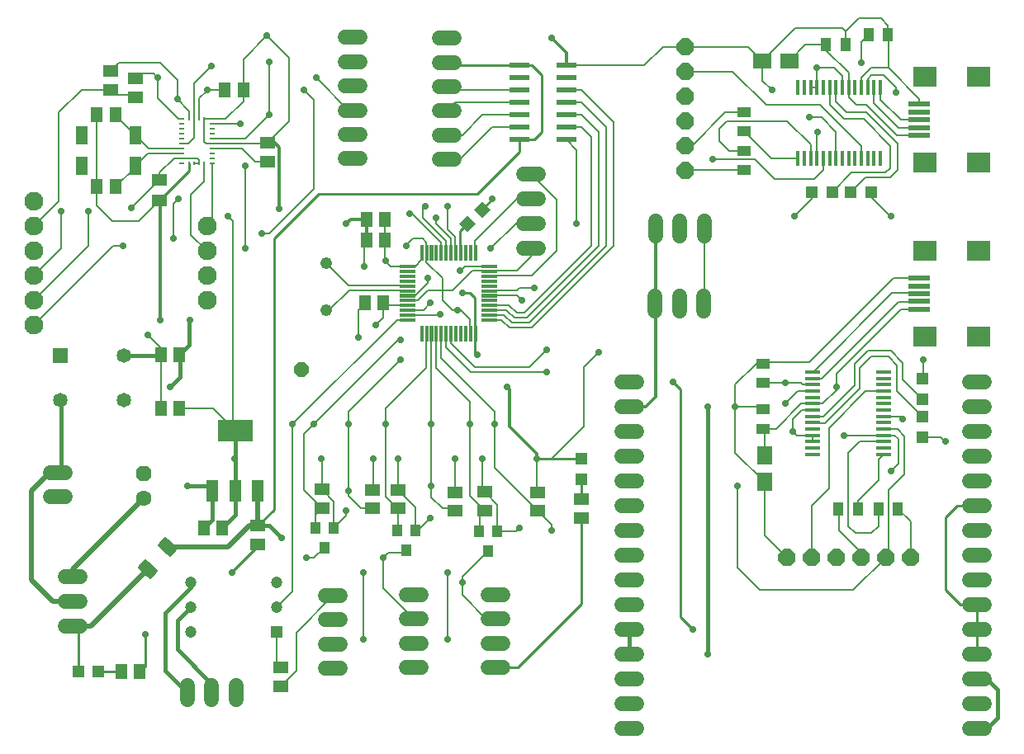
<source format=gbr>
G04 EAGLE Gerber RS-274X export*
G75*
%MOMM*%
%FSLAX34Y34*%
%LPD*%
%INTop Copper*%
%IPPOS*%
%AMOC8*
5,1,8,0,0,1.08239X$1,22.5*%
G01*
%ADD10R,2.400000X2.000000*%
%ADD11R,2.308000X0.500000*%
%ADD12R,1.500000X0.400000*%
%ADD13R,1.500000X1.950000*%
%ADD14R,1.400000X1.100000*%
%ADD15R,1.200000X1.200000*%
%ADD16R,1.100000X1.400000*%
%ADD17P,1.924489X8X112.500000*%
%ADD18R,0.475000X0.250000*%
%ADD19R,0.250000X0.375000*%
%ADD20R,1.300000X1.500000*%
%ADD21R,1.300000X1.900000*%
%ADD22R,1.500000X1.300000*%
%ADD23R,1.500000X1.200000*%
%ADD24C,1.524000*%
%ADD25R,0.400000X1.500000*%
%ADD26R,1.950000X1.500000*%
%ADD27P,1.924489X8X22.500000*%
%ADD28C,0.019600*%
%ADD29C,1.219200*%
%ADD30C,1.485000*%
%ADD31R,1.485000X1.485000*%
%ADD32C,1.200000*%
%ADD33C,1.500000*%
%ADD34R,1.219200X2.235200*%
%ADD35R,3.600000X2.200000*%
%ADD36P,1.732040X8X112.500000*%
%ADD37C,1.600200*%
%ADD38R,1.000000X1.200000*%
%ADD39R,2.057400X0.609600*%
%ADD40P,1.649562X8X22.500000*%
%ADD41C,1.930400*%
%ADD42R,1.200000X1.200000*%
%ADD43C,0.300000*%
%ADD44C,0.203200*%
%ADD45C,0.406400*%
%ADD46C,0.705600*%
%ADD47C,0.508000*%
%ADD48C,0.304800*%
%ADD49C,0.355600*%
%ADD50C,0.254000*%


D10*
X934000Y422900D03*
D11*
X928360Y450900D03*
X928360Y458900D03*
X928360Y466900D03*
X928360Y474900D03*
X928360Y482900D03*
D10*
X989000Y422900D03*
X934000Y510900D03*
X989000Y510900D03*
D12*
X891610Y301910D03*
X891610Y308410D03*
X891610Y314910D03*
X891610Y321410D03*
X891610Y327910D03*
X891610Y334410D03*
X891610Y340910D03*
X891610Y347410D03*
X891610Y353910D03*
X891610Y360410D03*
X891610Y366910D03*
X891610Y373410D03*
X891610Y379910D03*
X891610Y386410D03*
X819110Y386410D03*
X819110Y379910D03*
X819110Y373410D03*
X819110Y366910D03*
X819110Y360410D03*
X819110Y353910D03*
X819110Y347410D03*
X819110Y340910D03*
X819110Y334410D03*
X819110Y327910D03*
X819110Y321410D03*
X819110Y314910D03*
X819110Y308410D03*
X819110Y301910D03*
D13*
X769360Y300910D03*
X769360Y273410D03*
D14*
X768360Y328160D03*
X768360Y348160D03*
X768360Y375160D03*
X768360Y395160D03*
D15*
X931440Y340660D03*
X931440Y319660D03*
X931440Y358660D03*
X931440Y379660D03*
D16*
X845360Y246160D03*
X865360Y246160D03*
D17*
X792260Y195860D03*
X817660Y195860D03*
X843060Y195860D03*
X868460Y195860D03*
X893860Y195860D03*
X919260Y195860D03*
D16*
X906360Y246160D03*
X886360Y246160D03*
D18*
X171775Y600960D03*
D19*
X179900Y600335D03*
X184900Y600335D03*
X189900Y600335D03*
X194900Y600335D03*
D18*
X203025Y600960D03*
X203025Y605960D03*
X203025Y610960D03*
X203025Y615960D03*
X203025Y620960D03*
X203025Y625960D03*
X203025Y630960D03*
X203025Y635960D03*
X203025Y640960D03*
X203025Y645960D03*
D19*
X194900Y646585D03*
X189900Y646585D03*
X184900Y646585D03*
X179900Y646585D03*
D18*
X171775Y645960D03*
X171775Y640960D03*
X171775Y635960D03*
X171775Y630960D03*
X171775Y625960D03*
X171775Y620960D03*
X171775Y615960D03*
X171775Y610960D03*
X171775Y605960D03*
D20*
X216120Y675760D03*
X235120Y675760D03*
D21*
X124120Y629710D03*
X69120Y629710D03*
X69120Y597710D03*
X124120Y597710D03*
D20*
X85070Y576520D03*
X104070Y576520D03*
X84960Y650440D03*
X103960Y650440D03*
D22*
X259720Y621500D03*
X259720Y602500D03*
D23*
X149240Y562580D03*
X149240Y583580D03*
D24*
X979410Y376080D02*
X994650Y376080D01*
X994650Y350680D02*
X979410Y350680D01*
X979410Y325280D02*
X994650Y325280D01*
X994650Y299880D02*
X979410Y299880D01*
X979410Y274480D02*
X994650Y274480D01*
X994650Y249080D02*
X979410Y249080D01*
X979410Y223680D02*
X994650Y223680D01*
X994650Y198280D02*
X979410Y198280D01*
X979410Y172880D02*
X994650Y172880D01*
X994650Y147480D02*
X979410Y147480D01*
X979410Y122080D02*
X994650Y122080D01*
X994650Y96680D02*
X979410Y96680D01*
X979410Y71280D02*
X994650Y71280D01*
X994650Y45880D02*
X979410Y45880D01*
X979410Y20480D02*
X994650Y20480D01*
X638288Y376334D02*
X623048Y376334D01*
X623048Y350934D02*
X638288Y350934D01*
X638288Y325534D02*
X623048Y325534D01*
X623048Y300134D02*
X638288Y300134D01*
X638288Y274734D02*
X623048Y274734D01*
X623048Y249334D02*
X638288Y249334D01*
X638288Y223934D02*
X623048Y223934D01*
X623048Y198534D02*
X638288Y198534D01*
X638288Y173134D02*
X623048Y173134D01*
X623048Y147734D02*
X638288Y147734D01*
X638288Y122334D02*
X623048Y122334D01*
X623048Y96934D02*
X638288Y96934D01*
X638288Y71534D02*
X623048Y71534D01*
X623048Y46134D02*
X638288Y46134D01*
X638288Y20734D02*
X623048Y20734D01*
D10*
X934000Y601460D03*
D11*
X928360Y629460D03*
X928360Y637460D03*
X928360Y645460D03*
X928360Y653460D03*
X928360Y661460D03*
D10*
X989000Y601460D03*
X934000Y689460D03*
X989000Y689460D03*
D25*
X803750Y605710D03*
X810250Y605710D03*
X816750Y605710D03*
X823250Y605710D03*
X829750Y605710D03*
X836250Y605710D03*
X842750Y605710D03*
X849250Y605710D03*
X855750Y605710D03*
X862250Y605710D03*
X868750Y605710D03*
X875250Y605710D03*
X881750Y605710D03*
X888250Y605710D03*
X888250Y678210D03*
X881750Y678210D03*
X875250Y678210D03*
X868750Y678210D03*
X862250Y678210D03*
X855750Y678210D03*
X849250Y678210D03*
X842750Y678210D03*
X836250Y678210D03*
X829750Y678210D03*
X823250Y678210D03*
X816750Y678210D03*
X810250Y678210D03*
X803750Y678210D03*
D26*
X794670Y705560D03*
X767170Y705560D03*
D16*
X832580Y722300D03*
X852580Y722300D03*
X876040Y732460D03*
X896040Y732460D03*
D15*
X839000Y570960D03*
X818000Y570960D03*
X858000Y570960D03*
X879000Y570960D03*
D14*
X748500Y653460D03*
X748500Y633460D03*
D27*
X688620Y720300D03*
X688620Y694900D03*
X688620Y669500D03*
X688620Y644100D03*
X688620Y618700D03*
X688620Y593300D03*
D14*
X748500Y593460D03*
X748500Y613460D03*
D24*
X451360Y654474D02*
X436120Y654474D01*
X436120Y629582D02*
X451360Y629582D01*
X451360Y604690D02*
X436120Y604690D01*
X436120Y679366D02*
X451360Y679366D01*
X451360Y704258D02*
X436120Y704258D01*
X436120Y729150D02*
X451360Y729150D01*
X354600Y680046D02*
X339360Y680046D01*
X339360Y704938D02*
X354600Y704938D01*
X354600Y729830D02*
X339360Y729830D01*
X339360Y655154D02*
X354600Y655154D01*
X354600Y630262D02*
X339360Y630262D01*
X339360Y605370D02*
X354600Y605370D01*
X485900Y132946D02*
X501140Y132946D01*
X501140Y108054D02*
X485900Y108054D01*
X485900Y83162D02*
X501140Y83162D01*
X501140Y157838D02*
X485900Y157838D01*
X417360Y133046D02*
X402120Y133046D01*
X402120Y108154D02*
X417360Y108154D01*
X417360Y83262D02*
X402120Y83262D01*
X402120Y157938D02*
X417360Y157938D01*
X657328Y449110D02*
X657328Y464350D01*
X682220Y464350D02*
X682220Y449110D01*
X707112Y449110D02*
X707112Y464350D01*
X657948Y526500D02*
X657948Y541740D01*
X682840Y541740D02*
X682840Y526500D01*
X707732Y526500D02*
X707732Y541740D01*
D28*
X395638Y496482D02*
X395638Y493878D01*
X395638Y496482D02*
X411042Y496482D01*
X411042Y493878D01*
X395638Y493878D01*
X395638Y494064D02*
X411042Y494064D01*
X411042Y494250D02*
X395638Y494250D01*
X395638Y494436D02*
X411042Y494436D01*
X411042Y494622D02*
X395638Y494622D01*
X395638Y494808D02*
X411042Y494808D01*
X411042Y494994D02*
X395638Y494994D01*
X395638Y495180D02*
X411042Y495180D01*
X411042Y495366D02*
X395638Y495366D01*
X395638Y495552D02*
X411042Y495552D01*
X411042Y495738D02*
X395638Y495738D01*
X395638Y495924D02*
X411042Y495924D01*
X411042Y496110D02*
X395638Y496110D01*
X395638Y496296D02*
X411042Y496296D01*
X411042Y496482D02*
X395638Y496482D01*
X395638Y491482D02*
X395638Y488878D01*
X395638Y491482D02*
X411042Y491482D01*
X411042Y488878D01*
X395638Y488878D01*
X395638Y489064D02*
X411042Y489064D01*
X411042Y489250D02*
X395638Y489250D01*
X395638Y489436D02*
X411042Y489436D01*
X411042Y489622D02*
X395638Y489622D01*
X395638Y489808D02*
X411042Y489808D01*
X411042Y489994D02*
X395638Y489994D01*
X395638Y490180D02*
X411042Y490180D01*
X411042Y490366D02*
X395638Y490366D01*
X395638Y490552D02*
X411042Y490552D01*
X411042Y490738D02*
X395638Y490738D01*
X395638Y490924D02*
X411042Y490924D01*
X411042Y491110D02*
X395638Y491110D01*
X395638Y491296D02*
X411042Y491296D01*
X411042Y491482D02*
X395638Y491482D01*
X395638Y486482D02*
X395638Y483878D01*
X395638Y486482D02*
X411042Y486482D01*
X411042Y483878D01*
X395638Y483878D01*
X395638Y484064D02*
X411042Y484064D01*
X411042Y484250D02*
X395638Y484250D01*
X395638Y484436D02*
X411042Y484436D01*
X411042Y484622D02*
X395638Y484622D01*
X395638Y484808D02*
X411042Y484808D01*
X411042Y484994D02*
X395638Y484994D01*
X395638Y485180D02*
X411042Y485180D01*
X411042Y485366D02*
X395638Y485366D01*
X395638Y485552D02*
X411042Y485552D01*
X411042Y485738D02*
X395638Y485738D01*
X395638Y485924D02*
X411042Y485924D01*
X411042Y486110D02*
X395638Y486110D01*
X395638Y486296D02*
X411042Y486296D01*
X411042Y486482D02*
X395638Y486482D01*
X395638Y481482D02*
X395638Y478878D01*
X395638Y481482D02*
X411042Y481482D01*
X411042Y478878D01*
X395638Y478878D01*
X395638Y479064D02*
X411042Y479064D01*
X411042Y479250D02*
X395638Y479250D01*
X395638Y479436D02*
X411042Y479436D01*
X411042Y479622D02*
X395638Y479622D01*
X395638Y479808D02*
X411042Y479808D01*
X411042Y479994D02*
X395638Y479994D01*
X395638Y480180D02*
X411042Y480180D01*
X411042Y480366D02*
X395638Y480366D01*
X395638Y480552D02*
X411042Y480552D01*
X411042Y480738D02*
X395638Y480738D01*
X395638Y480924D02*
X411042Y480924D01*
X411042Y481110D02*
X395638Y481110D01*
X395638Y481296D02*
X411042Y481296D01*
X411042Y481482D02*
X395638Y481482D01*
X395638Y476482D02*
X395638Y473878D01*
X395638Y476482D02*
X411042Y476482D01*
X411042Y473878D01*
X395638Y473878D01*
X395638Y474064D02*
X411042Y474064D01*
X411042Y474250D02*
X395638Y474250D01*
X395638Y474436D02*
X411042Y474436D01*
X411042Y474622D02*
X395638Y474622D01*
X395638Y474808D02*
X411042Y474808D01*
X411042Y474994D02*
X395638Y474994D01*
X395638Y475180D02*
X411042Y475180D01*
X411042Y475366D02*
X395638Y475366D01*
X395638Y475552D02*
X411042Y475552D01*
X411042Y475738D02*
X395638Y475738D01*
X395638Y475924D02*
X411042Y475924D01*
X411042Y476110D02*
X395638Y476110D01*
X395638Y476296D02*
X411042Y476296D01*
X411042Y476482D02*
X395638Y476482D01*
X395638Y471482D02*
X395638Y468878D01*
X395638Y471482D02*
X411042Y471482D01*
X411042Y468878D01*
X395638Y468878D01*
X395638Y469064D02*
X411042Y469064D01*
X411042Y469250D02*
X395638Y469250D01*
X395638Y469436D02*
X411042Y469436D01*
X411042Y469622D02*
X395638Y469622D01*
X395638Y469808D02*
X411042Y469808D01*
X411042Y469994D02*
X395638Y469994D01*
X395638Y470180D02*
X411042Y470180D01*
X411042Y470366D02*
X395638Y470366D01*
X395638Y470552D02*
X411042Y470552D01*
X411042Y470738D02*
X395638Y470738D01*
X395638Y470924D02*
X411042Y470924D01*
X411042Y471110D02*
X395638Y471110D01*
X395638Y471296D02*
X411042Y471296D01*
X411042Y471482D02*
X395638Y471482D01*
X395638Y466482D02*
X395638Y463878D01*
X395638Y466482D02*
X411042Y466482D01*
X411042Y463878D01*
X395638Y463878D01*
X395638Y464064D02*
X411042Y464064D01*
X411042Y464250D02*
X395638Y464250D01*
X395638Y464436D02*
X411042Y464436D01*
X411042Y464622D02*
X395638Y464622D01*
X395638Y464808D02*
X411042Y464808D01*
X411042Y464994D02*
X395638Y464994D01*
X395638Y465180D02*
X411042Y465180D01*
X411042Y465366D02*
X395638Y465366D01*
X395638Y465552D02*
X411042Y465552D01*
X411042Y465738D02*
X395638Y465738D01*
X395638Y465924D02*
X411042Y465924D01*
X411042Y466110D02*
X395638Y466110D01*
X395638Y466296D02*
X411042Y466296D01*
X411042Y466482D02*
X395638Y466482D01*
X395638Y461482D02*
X395638Y458878D01*
X395638Y461482D02*
X411042Y461482D01*
X411042Y458878D01*
X395638Y458878D01*
X395638Y459064D02*
X411042Y459064D01*
X411042Y459250D02*
X395638Y459250D01*
X395638Y459436D02*
X411042Y459436D01*
X411042Y459622D02*
X395638Y459622D01*
X395638Y459808D02*
X411042Y459808D01*
X411042Y459994D02*
X395638Y459994D01*
X395638Y460180D02*
X411042Y460180D01*
X411042Y460366D02*
X395638Y460366D01*
X395638Y460552D02*
X411042Y460552D01*
X411042Y460738D02*
X395638Y460738D01*
X395638Y460924D02*
X411042Y460924D01*
X411042Y461110D02*
X395638Y461110D01*
X395638Y461296D02*
X411042Y461296D01*
X411042Y461482D02*
X395638Y461482D01*
X395638Y456482D02*
X395638Y453878D01*
X395638Y456482D02*
X411042Y456482D01*
X411042Y453878D01*
X395638Y453878D01*
X395638Y454064D02*
X411042Y454064D01*
X411042Y454250D02*
X395638Y454250D01*
X395638Y454436D02*
X411042Y454436D01*
X411042Y454622D02*
X395638Y454622D01*
X395638Y454808D02*
X411042Y454808D01*
X411042Y454994D02*
X395638Y454994D01*
X395638Y455180D02*
X411042Y455180D01*
X411042Y455366D02*
X395638Y455366D01*
X395638Y455552D02*
X411042Y455552D01*
X411042Y455738D02*
X395638Y455738D01*
X395638Y455924D02*
X411042Y455924D01*
X411042Y456110D02*
X395638Y456110D01*
X395638Y456296D02*
X411042Y456296D01*
X411042Y456482D02*
X395638Y456482D01*
X395638Y451482D02*
X395638Y448878D01*
X395638Y451482D02*
X411042Y451482D01*
X411042Y448878D01*
X395638Y448878D01*
X395638Y449064D02*
X411042Y449064D01*
X411042Y449250D02*
X395638Y449250D01*
X395638Y449436D02*
X411042Y449436D01*
X411042Y449622D02*
X395638Y449622D01*
X395638Y449808D02*
X411042Y449808D01*
X411042Y449994D02*
X395638Y449994D01*
X395638Y450180D02*
X411042Y450180D01*
X411042Y450366D02*
X395638Y450366D01*
X395638Y450552D02*
X411042Y450552D01*
X411042Y450738D02*
X395638Y450738D01*
X395638Y450924D02*
X411042Y450924D01*
X411042Y451110D02*
X395638Y451110D01*
X395638Y451296D02*
X411042Y451296D01*
X411042Y451482D02*
X395638Y451482D01*
X395638Y446482D02*
X395638Y443878D01*
X395638Y446482D02*
X411042Y446482D01*
X411042Y443878D01*
X395638Y443878D01*
X395638Y444064D02*
X411042Y444064D01*
X411042Y444250D02*
X395638Y444250D01*
X395638Y444436D02*
X411042Y444436D01*
X411042Y444622D02*
X395638Y444622D01*
X395638Y444808D02*
X411042Y444808D01*
X411042Y444994D02*
X395638Y444994D01*
X395638Y445180D02*
X411042Y445180D01*
X411042Y445366D02*
X395638Y445366D01*
X395638Y445552D02*
X411042Y445552D01*
X411042Y445738D02*
X395638Y445738D01*
X395638Y445924D02*
X411042Y445924D01*
X411042Y446110D02*
X395638Y446110D01*
X395638Y446296D02*
X411042Y446296D01*
X411042Y446482D02*
X395638Y446482D01*
X395638Y441482D02*
X395638Y438878D01*
X395638Y441482D02*
X411042Y441482D01*
X411042Y438878D01*
X395638Y438878D01*
X395638Y439064D02*
X411042Y439064D01*
X411042Y439250D02*
X395638Y439250D01*
X395638Y439436D02*
X411042Y439436D01*
X411042Y439622D02*
X395638Y439622D01*
X395638Y439808D02*
X411042Y439808D01*
X411042Y439994D02*
X395638Y439994D01*
X395638Y440180D02*
X411042Y440180D01*
X411042Y440366D02*
X395638Y440366D01*
X395638Y440552D02*
X411042Y440552D01*
X411042Y440738D02*
X395638Y440738D01*
X395638Y440924D02*
X411042Y440924D01*
X411042Y441110D02*
X395638Y441110D01*
X395638Y441296D02*
X411042Y441296D01*
X411042Y441482D02*
X395638Y441482D01*
X416338Y433582D02*
X418942Y433582D01*
X418942Y418178D01*
X416338Y418178D01*
X416338Y433582D01*
X416338Y418364D02*
X418942Y418364D01*
X418942Y418550D02*
X416338Y418550D01*
X416338Y418736D02*
X418942Y418736D01*
X418942Y418922D02*
X416338Y418922D01*
X416338Y419108D02*
X418942Y419108D01*
X418942Y419294D02*
X416338Y419294D01*
X416338Y419480D02*
X418942Y419480D01*
X418942Y419666D02*
X416338Y419666D01*
X416338Y419852D02*
X418942Y419852D01*
X418942Y420038D02*
X416338Y420038D01*
X416338Y420224D02*
X418942Y420224D01*
X418942Y420410D02*
X416338Y420410D01*
X416338Y420596D02*
X418942Y420596D01*
X418942Y420782D02*
X416338Y420782D01*
X416338Y420968D02*
X418942Y420968D01*
X418942Y421154D02*
X416338Y421154D01*
X416338Y421340D02*
X418942Y421340D01*
X418942Y421526D02*
X416338Y421526D01*
X416338Y421712D02*
X418942Y421712D01*
X418942Y421898D02*
X416338Y421898D01*
X416338Y422084D02*
X418942Y422084D01*
X418942Y422270D02*
X416338Y422270D01*
X416338Y422456D02*
X418942Y422456D01*
X418942Y422642D02*
X416338Y422642D01*
X416338Y422828D02*
X418942Y422828D01*
X418942Y423014D02*
X416338Y423014D01*
X416338Y423200D02*
X418942Y423200D01*
X418942Y423386D02*
X416338Y423386D01*
X416338Y423572D02*
X418942Y423572D01*
X418942Y423758D02*
X416338Y423758D01*
X416338Y423944D02*
X418942Y423944D01*
X418942Y424130D02*
X416338Y424130D01*
X416338Y424316D02*
X418942Y424316D01*
X418942Y424502D02*
X416338Y424502D01*
X416338Y424688D02*
X418942Y424688D01*
X418942Y424874D02*
X416338Y424874D01*
X416338Y425060D02*
X418942Y425060D01*
X418942Y425246D02*
X416338Y425246D01*
X416338Y425432D02*
X418942Y425432D01*
X418942Y425618D02*
X416338Y425618D01*
X416338Y425804D02*
X418942Y425804D01*
X418942Y425990D02*
X416338Y425990D01*
X416338Y426176D02*
X418942Y426176D01*
X418942Y426362D02*
X416338Y426362D01*
X416338Y426548D02*
X418942Y426548D01*
X418942Y426734D02*
X416338Y426734D01*
X416338Y426920D02*
X418942Y426920D01*
X418942Y427106D02*
X416338Y427106D01*
X416338Y427292D02*
X418942Y427292D01*
X418942Y427478D02*
X416338Y427478D01*
X416338Y427664D02*
X418942Y427664D01*
X418942Y427850D02*
X416338Y427850D01*
X416338Y428036D02*
X418942Y428036D01*
X418942Y428222D02*
X416338Y428222D01*
X416338Y428408D02*
X418942Y428408D01*
X418942Y428594D02*
X416338Y428594D01*
X416338Y428780D02*
X418942Y428780D01*
X418942Y428966D02*
X416338Y428966D01*
X416338Y429152D02*
X418942Y429152D01*
X418942Y429338D02*
X416338Y429338D01*
X416338Y429524D02*
X418942Y429524D01*
X418942Y429710D02*
X416338Y429710D01*
X416338Y429896D02*
X418942Y429896D01*
X418942Y430082D02*
X416338Y430082D01*
X416338Y430268D02*
X418942Y430268D01*
X418942Y430454D02*
X416338Y430454D01*
X416338Y430640D02*
X418942Y430640D01*
X418942Y430826D02*
X416338Y430826D01*
X416338Y431012D02*
X418942Y431012D01*
X418942Y431198D02*
X416338Y431198D01*
X416338Y431384D02*
X418942Y431384D01*
X418942Y431570D02*
X416338Y431570D01*
X416338Y431756D02*
X418942Y431756D01*
X418942Y431942D02*
X416338Y431942D01*
X416338Y432128D02*
X418942Y432128D01*
X418942Y432314D02*
X416338Y432314D01*
X416338Y432500D02*
X418942Y432500D01*
X418942Y432686D02*
X416338Y432686D01*
X416338Y432872D02*
X418942Y432872D01*
X418942Y433058D02*
X416338Y433058D01*
X416338Y433244D02*
X418942Y433244D01*
X418942Y433430D02*
X416338Y433430D01*
X421338Y433582D02*
X423942Y433582D01*
X423942Y418178D01*
X421338Y418178D01*
X421338Y433582D01*
X421338Y418364D02*
X423942Y418364D01*
X423942Y418550D02*
X421338Y418550D01*
X421338Y418736D02*
X423942Y418736D01*
X423942Y418922D02*
X421338Y418922D01*
X421338Y419108D02*
X423942Y419108D01*
X423942Y419294D02*
X421338Y419294D01*
X421338Y419480D02*
X423942Y419480D01*
X423942Y419666D02*
X421338Y419666D01*
X421338Y419852D02*
X423942Y419852D01*
X423942Y420038D02*
X421338Y420038D01*
X421338Y420224D02*
X423942Y420224D01*
X423942Y420410D02*
X421338Y420410D01*
X421338Y420596D02*
X423942Y420596D01*
X423942Y420782D02*
X421338Y420782D01*
X421338Y420968D02*
X423942Y420968D01*
X423942Y421154D02*
X421338Y421154D01*
X421338Y421340D02*
X423942Y421340D01*
X423942Y421526D02*
X421338Y421526D01*
X421338Y421712D02*
X423942Y421712D01*
X423942Y421898D02*
X421338Y421898D01*
X421338Y422084D02*
X423942Y422084D01*
X423942Y422270D02*
X421338Y422270D01*
X421338Y422456D02*
X423942Y422456D01*
X423942Y422642D02*
X421338Y422642D01*
X421338Y422828D02*
X423942Y422828D01*
X423942Y423014D02*
X421338Y423014D01*
X421338Y423200D02*
X423942Y423200D01*
X423942Y423386D02*
X421338Y423386D01*
X421338Y423572D02*
X423942Y423572D01*
X423942Y423758D02*
X421338Y423758D01*
X421338Y423944D02*
X423942Y423944D01*
X423942Y424130D02*
X421338Y424130D01*
X421338Y424316D02*
X423942Y424316D01*
X423942Y424502D02*
X421338Y424502D01*
X421338Y424688D02*
X423942Y424688D01*
X423942Y424874D02*
X421338Y424874D01*
X421338Y425060D02*
X423942Y425060D01*
X423942Y425246D02*
X421338Y425246D01*
X421338Y425432D02*
X423942Y425432D01*
X423942Y425618D02*
X421338Y425618D01*
X421338Y425804D02*
X423942Y425804D01*
X423942Y425990D02*
X421338Y425990D01*
X421338Y426176D02*
X423942Y426176D01*
X423942Y426362D02*
X421338Y426362D01*
X421338Y426548D02*
X423942Y426548D01*
X423942Y426734D02*
X421338Y426734D01*
X421338Y426920D02*
X423942Y426920D01*
X423942Y427106D02*
X421338Y427106D01*
X421338Y427292D02*
X423942Y427292D01*
X423942Y427478D02*
X421338Y427478D01*
X421338Y427664D02*
X423942Y427664D01*
X423942Y427850D02*
X421338Y427850D01*
X421338Y428036D02*
X423942Y428036D01*
X423942Y428222D02*
X421338Y428222D01*
X421338Y428408D02*
X423942Y428408D01*
X423942Y428594D02*
X421338Y428594D01*
X421338Y428780D02*
X423942Y428780D01*
X423942Y428966D02*
X421338Y428966D01*
X421338Y429152D02*
X423942Y429152D01*
X423942Y429338D02*
X421338Y429338D01*
X421338Y429524D02*
X423942Y429524D01*
X423942Y429710D02*
X421338Y429710D01*
X421338Y429896D02*
X423942Y429896D01*
X423942Y430082D02*
X421338Y430082D01*
X421338Y430268D02*
X423942Y430268D01*
X423942Y430454D02*
X421338Y430454D01*
X421338Y430640D02*
X423942Y430640D01*
X423942Y430826D02*
X421338Y430826D01*
X421338Y431012D02*
X423942Y431012D01*
X423942Y431198D02*
X421338Y431198D01*
X421338Y431384D02*
X423942Y431384D01*
X423942Y431570D02*
X421338Y431570D01*
X421338Y431756D02*
X423942Y431756D01*
X423942Y431942D02*
X421338Y431942D01*
X421338Y432128D02*
X423942Y432128D01*
X423942Y432314D02*
X421338Y432314D01*
X421338Y432500D02*
X423942Y432500D01*
X423942Y432686D02*
X421338Y432686D01*
X421338Y432872D02*
X423942Y432872D01*
X423942Y433058D02*
X421338Y433058D01*
X421338Y433244D02*
X423942Y433244D01*
X423942Y433430D02*
X421338Y433430D01*
X426338Y433582D02*
X428942Y433582D01*
X428942Y418178D01*
X426338Y418178D01*
X426338Y433582D01*
X426338Y418364D02*
X428942Y418364D01*
X428942Y418550D02*
X426338Y418550D01*
X426338Y418736D02*
X428942Y418736D01*
X428942Y418922D02*
X426338Y418922D01*
X426338Y419108D02*
X428942Y419108D01*
X428942Y419294D02*
X426338Y419294D01*
X426338Y419480D02*
X428942Y419480D01*
X428942Y419666D02*
X426338Y419666D01*
X426338Y419852D02*
X428942Y419852D01*
X428942Y420038D02*
X426338Y420038D01*
X426338Y420224D02*
X428942Y420224D01*
X428942Y420410D02*
X426338Y420410D01*
X426338Y420596D02*
X428942Y420596D01*
X428942Y420782D02*
X426338Y420782D01*
X426338Y420968D02*
X428942Y420968D01*
X428942Y421154D02*
X426338Y421154D01*
X426338Y421340D02*
X428942Y421340D01*
X428942Y421526D02*
X426338Y421526D01*
X426338Y421712D02*
X428942Y421712D01*
X428942Y421898D02*
X426338Y421898D01*
X426338Y422084D02*
X428942Y422084D01*
X428942Y422270D02*
X426338Y422270D01*
X426338Y422456D02*
X428942Y422456D01*
X428942Y422642D02*
X426338Y422642D01*
X426338Y422828D02*
X428942Y422828D01*
X428942Y423014D02*
X426338Y423014D01*
X426338Y423200D02*
X428942Y423200D01*
X428942Y423386D02*
X426338Y423386D01*
X426338Y423572D02*
X428942Y423572D01*
X428942Y423758D02*
X426338Y423758D01*
X426338Y423944D02*
X428942Y423944D01*
X428942Y424130D02*
X426338Y424130D01*
X426338Y424316D02*
X428942Y424316D01*
X428942Y424502D02*
X426338Y424502D01*
X426338Y424688D02*
X428942Y424688D01*
X428942Y424874D02*
X426338Y424874D01*
X426338Y425060D02*
X428942Y425060D01*
X428942Y425246D02*
X426338Y425246D01*
X426338Y425432D02*
X428942Y425432D01*
X428942Y425618D02*
X426338Y425618D01*
X426338Y425804D02*
X428942Y425804D01*
X428942Y425990D02*
X426338Y425990D01*
X426338Y426176D02*
X428942Y426176D01*
X428942Y426362D02*
X426338Y426362D01*
X426338Y426548D02*
X428942Y426548D01*
X428942Y426734D02*
X426338Y426734D01*
X426338Y426920D02*
X428942Y426920D01*
X428942Y427106D02*
X426338Y427106D01*
X426338Y427292D02*
X428942Y427292D01*
X428942Y427478D02*
X426338Y427478D01*
X426338Y427664D02*
X428942Y427664D01*
X428942Y427850D02*
X426338Y427850D01*
X426338Y428036D02*
X428942Y428036D01*
X428942Y428222D02*
X426338Y428222D01*
X426338Y428408D02*
X428942Y428408D01*
X428942Y428594D02*
X426338Y428594D01*
X426338Y428780D02*
X428942Y428780D01*
X428942Y428966D02*
X426338Y428966D01*
X426338Y429152D02*
X428942Y429152D01*
X428942Y429338D02*
X426338Y429338D01*
X426338Y429524D02*
X428942Y429524D01*
X428942Y429710D02*
X426338Y429710D01*
X426338Y429896D02*
X428942Y429896D01*
X428942Y430082D02*
X426338Y430082D01*
X426338Y430268D02*
X428942Y430268D01*
X428942Y430454D02*
X426338Y430454D01*
X426338Y430640D02*
X428942Y430640D01*
X428942Y430826D02*
X426338Y430826D01*
X426338Y431012D02*
X428942Y431012D01*
X428942Y431198D02*
X426338Y431198D01*
X426338Y431384D02*
X428942Y431384D01*
X428942Y431570D02*
X426338Y431570D01*
X426338Y431756D02*
X428942Y431756D01*
X428942Y431942D02*
X426338Y431942D01*
X426338Y432128D02*
X428942Y432128D01*
X428942Y432314D02*
X426338Y432314D01*
X426338Y432500D02*
X428942Y432500D01*
X428942Y432686D02*
X426338Y432686D01*
X426338Y432872D02*
X428942Y432872D01*
X428942Y433058D02*
X426338Y433058D01*
X426338Y433244D02*
X428942Y433244D01*
X428942Y433430D02*
X426338Y433430D01*
X431338Y433582D02*
X433942Y433582D01*
X433942Y418178D01*
X431338Y418178D01*
X431338Y433582D01*
X431338Y418364D02*
X433942Y418364D01*
X433942Y418550D02*
X431338Y418550D01*
X431338Y418736D02*
X433942Y418736D01*
X433942Y418922D02*
X431338Y418922D01*
X431338Y419108D02*
X433942Y419108D01*
X433942Y419294D02*
X431338Y419294D01*
X431338Y419480D02*
X433942Y419480D01*
X433942Y419666D02*
X431338Y419666D01*
X431338Y419852D02*
X433942Y419852D01*
X433942Y420038D02*
X431338Y420038D01*
X431338Y420224D02*
X433942Y420224D01*
X433942Y420410D02*
X431338Y420410D01*
X431338Y420596D02*
X433942Y420596D01*
X433942Y420782D02*
X431338Y420782D01*
X431338Y420968D02*
X433942Y420968D01*
X433942Y421154D02*
X431338Y421154D01*
X431338Y421340D02*
X433942Y421340D01*
X433942Y421526D02*
X431338Y421526D01*
X431338Y421712D02*
X433942Y421712D01*
X433942Y421898D02*
X431338Y421898D01*
X431338Y422084D02*
X433942Y422084D01*
X433942Y422270D02*
X431338Y422270D01*
X431338Y422456D02*
X433942Y422456D01*
X433942Y422642D02*
X431338Y422642D01*
X431338Y422828D02*
X433942Y422828D01*
X433942Y423014D02*
X431338Y423014D01*
X431338Y423200D02*
X433942Y423200D01*
X433942Y423386D02*
X431338Y423386D01*
X431338Y423572D02*
X433942Y423572D01*
X433942Y423758D02*
X431338Y423758D01*
X431338Y423944D02*
X433942Y423944D01*
X433942Y424130D02*
X431338Y424130D01*
X431338Y424316D02*
X433942Y424316D01*
X433942Y424502D02*
X431338Y424502D01*
X431338Y424688D02*
X433942Y424688D01*
X433942Y424874D02*
X431338Y424874D01*
X431338Y425060D02*
X433942Y425060D01*
X433942Y425246D02*
X431338Y425246D01*
X431338Y425432D02*
X433942Y425432D01*
X433942Y425618D02*
X431338Y425618D01*
X431338Y425804D02*
X433942Y425804D01*
X433942Y425990D02*
X431338Y425990D01*
X431338Y426176D02*
X433942Y426176D01*
X433942Y426362D02*
X431338Y426362D01*
X431338Y426548D02*
X433942Y426548D01*
X433942Y426734D02*
X431338Y426734D01*
X431338Y426920D02*
X433942Y426920D01*
X433942Y427106D02*
X431338Y427106D01*
X431338Y427292D02*
X433942Y427292D01*
X433942Y427478D02*
X431338Y427478D01*
X431338Y427664D02*
X433942Y427664D01*
X433942Y427850D02*
X431338Y427850D01*
X431338Y428036D02*
X433942Y428036D01*
X433942Y428222D02*
X431338Y428222D01*
X431338Y428408D02*
X433942Y428408D01*
X433942Y428594D02*
X431338Y428594D01*
X431338Y428780D02*
X433942Y428780D01*
X433942Y428966D02*
X431338Y428966D01*
X431338Y429152D02*
X433942Y429152D01*
X433942Y429338D02*
X431338Y429338D01*
X431338Y429524D02*
X433942Y429524D01*
X433942Y429710D02*
X431338Y429710D01*
X431338Y429896D02*
X433942Y429896D01*
X433942Y430082D02*
X431338Y430082D01*
X431338Y430268D02*
X433942Y430268D01*
X433942Y430454D02*
X431338Y430454D01*
X431338Y430640D02*
X433942Y430640D01*
X433942Y430826D02*
X431338Y430826D01*
X431338Y431012D02*
X433942Y431012D01*
X433942Y431198D02*
X431338Y431198D01*
X431338Y431384D02*
X433942Y431384D01*
X433942Y431570D02*
X431338Y431570D01*
X431338Y431756D02*
X433942Y431756D01*
X433942Y431942D02*
X431338Y431942D01*
X431338Y432128D02*
X433942Y432128D01*
X433942Y432314D02*
X431338Y432314D01*
X431338Y432500D02*
X433942Y432500D01*
X433942Y432686D02*
X431338Y432686D01*
X431338Y432872D02*
X433942Y432872D01*
X433942Y433058D02*
X431338Y433058D01*
X431338Y433244D02*
X433942Y433244D01*
X433942Y433430D02*
X431338Y433430D01*
X436338Y433582D02*
X438942Y433582D01*
X438942Y418178D01*
X436338Y418178D01*
X436338Y433582D01*
X436338Y418364D02*
X438942Y418364D01*
X438942Y418550D02*
X436338Y418550D01*
X436338Y418736D02*
X438942Y418736D01*
X438942Y418922D02*
X436338Y418922D01*
X436338Y419108D02*
X438942Y419108D01*
X438942Y419294D02*
X436338Y419294D01*
X436338Y419480D02*
X438942Y419480D01*
X438942Y419666D02*
X436338Y419666D01*
X436338Y419852D02*
X438942Y419852D01*
X438942Y420038D02*
X436338Y420038D01*
X436338Y420224D02*
X438942Y420224D01*
X438942Y420410D02*
X436338Y420410D01*
X436338Y420596D02*
X438942Y420596D01*
X438942Y420782D02*
X436338Y420782D01*
X436338Y420968D02*
X438942Y420968D01*
X438942Y421154D02*
X436338Y421154D01*
X436338Y421340D02*
X438942Y421340D01*
X438942Y421526D02*
X436338Y421526D01*
X436338Y421712D02*
X438942Y421712D01*
X438942Y421898D02*
X436338Y421898D01*
X436338Y422084D02*
X438942Y422084D01*
X438942Y422270D02*
X436338Y422270D01*
X436338Y422456D02*
X438942Y422456D01*
X438942Y422642D02*
X436338Y422642D01*
X436338Y422828D02*
X438942Y422828D01*
X438942Y423014D02*
X436338Y423014D01*
X436338Y423200D02*
X438942Y423200D01*
X438942Y423386D02*
X436338Y423386D01*
X436338Y423572D02*
X438942Y423572D01*
X438942Y423758D02*
X436338Y423758D01*
X436338Y423944D02*
X438942Y423944D01*
X438942Y424130D02*
X436338Y424130D01*
X436338Y424316D02*
X438942Y424316D01*
X438942Y424502D02*
X436338Y424502D01*
X436338Y424688D02*
X438942Y424688D01*
X438942Y424874D02*
X436338Y424874D01*
X436338Y425060D02*
X438942Y425060D01*
X438942Y425246D02*
X436338Y425246D01*
X436338Y425432D02*
X438942Y425432D01*
X438942Y425618D02*
X436338Y425618D01*
X436338Y425804D02*
X438942Y425804D01*
X438942Y425990D02*
X436338Y425990D01*
X436338Y426176D02*
X438942Y426176D01*
X438942Y426362D02*
X436338Y426362D01*
X436338Y426548D02*
X438942Y426548D01*
X438942Y426734D02*
X436338Y426734D01*
X436338Y426920D02*
X438942Y426920D01*
X438942Y427106D02*
X436338Y427106D01*
X436338Y427292D02*
X438942Y427292D01*
X438942Y427478D02*
X436338Y427478D01*
X436338Y427664D02*
X438942Y427664D01*
X438942Y427850D02*
X436338Y427850D01*
X436338Y428036D02*
X438942Y428036D01*
X438942Y428222D02*
X436338Y428222D01*
X436338Y428408D02*
X438942Y428408D01*
X438942Y428594D02*
X436338Y428594D01*
X436338Y428780D02*
X438942Y428780D01*
X438942Y428966D02*
X436338Y428966D01*
X436338Y429152D02*
X438942Y429152D01*
X438942Y429338D02*
X436338Y429338D01*
X436338Y429524D02*
X438942Y429524D01*
X438942Y429710D02*
X436338Y429710D01*
X436338Y429896D02*
X438942Y429896D01*
X438942Y430082D02*
X436338Y430082D01*
X436338Y430268D02*
X438942Y430268D01*
X438942Y430454D02*
X436338Y430454D01*
X436338Y430640D02*
X438942Y430640D01*
X438942Y430826D02*
X436338Y430826D01*
X436338Y431012D02*
X438942Y431012D01*
X438942Y431198D02*
X436338Y431198D01*
X436338Y431384D02*
X438942Y431384D01*
X438942Y431570D02*
X436338Y431570D01*
X436338Y431756D02*
X438942Y431756D01*
X438942Y431942D02*
X436338Y431942D01*
X436338Y432128D02*
X438942Y432128D01*
X438942Y432314D02*
X436338Y432314D01*
X436338Y432500D02*
X438942Y432500D01*
X438942Y432686D02*
X436338Y432686D01*
X436338Y432872D02*
X438942Y432872D01*
X438942Y433058D02*
X436338Y433058D01*
X436338Y433244D02*
X438942Y433244D01*
X438942Y433430D02*
X436338Y433430D01*
X441338Y433582D02*
X443942Y433582D01*
X443942Y418178D01*
X441338Y418178D01*
X441338Y433582D01*
X441338Y418364D02*
X443942Y418364D01*
X443942Y418550D02*
X441338Y418550D01*
X441338Y418736D02*
X443942Y418736D01*
X443942Y418922D02*
X441338Y418922D01*
X441338Y419108D02*
X443942Y419108D01*
X443942Y419294D02*
X441338Y419294D01*
X441338Y419480D02*
X443942Y419480D01*
X443942Y419666D02*
X441338Y419666D01*
X441338Y419852D02*
X443942Y419852D01*
X443942Y420038D02*
X441338Y420038D01*
X441338Y420224D02*
X443942Y420224D01*
X443942Y420410D02*
X441338Y420410D01*
X441338Y420596D02*
X443942Y420596D01*
X443942Y420782D02*
X441338Y420782D01*
X441338Y420968D02*
X443942Y420968D01*
X443942Y421154D02*
X441338Y421154D01*
X441338Y421340D02*
X443942Y421340D01*
X443942Y421526D02*
X441338Y421526D01*
X441338Y421712D02*
X443942Y421712D01*
X443942Y421898D02*
X441338Y421898D01*
X441338Y422084D02*
X443942Y422084D01*
X443942Y422270D02*
X441338Y422270D01*
X441338Y422456D02*
X443942Y422456D01*
X443942Y422642D02*
X441338Y422642D01*
X441338Y422828D02*
X443942Y422828D01*
X443942Y423014D02*
X441338Y423014D01*
X441338Y423200D02*
X443942Y423200D01*
X443942Y423386D02*
X441338Y423386D01*
X441338Y423572D02*
X443942Y423572D01*
X443942Y423758D02*
X441338Y423758D01*
X441338Y423944D02*
X443942Y423944D01*
X443942Y424130D02*
X441338Y424130D01*
X441338Y424316D02*
X443942Y424316D01*
X443942Y424502D02*
X441338Y424502D01*
X441338Y424688D02*
X443942Y424688D01*
X443942Y424874D02*
X441338Y424874D01*
X441338Y425060D02*
X443942Y425060D01*
X443942Y425246D02*
X441338Y425246D01*
X441338Y425432D02*
X443942Y425432D01*
X443942Y425618D02*
X441338Y425618D01*
X441338Y425804D02*
X443942Y425804D01*
X443942Y425990D02*
X441338Y425990D01*
X441338Y426176D02*
X443942Y426176D01*
X443942Y426362D02*
X441338Y426362D01*
X441338Y426548D02*
X443942Y426548D01*
X443942Y426734D02*
X441338Y426734D01*
X441338Y426920D02*
X443942Y426920D01*
X443942Y427106D02*
X441338Y427106D01*
X441338Y427292D02*
X443942Y427292D01*
X443942Y427478D02*
X441338Y427478D01*
X441338Y427664D02*
X443942Y427664D01*
X443942Y427850D02*
X441338Y427850D01*
X441338Y428036D02*
X443942Y428036D01*
X443942Y428222D02*
X441338Y428222D01*
X441338Y428408D02*
X443942Y428408D01*
X443942Y428594D02*
X441338Y428594D01*
X441338Y428780D02*
X443942Y428780D01*
X443942Y428966D02*
X441338Y428966D01*
X441338Y429152D02*
X443942Y429152D01*
X443942Y429338D02*
X441338Y429338D01*
X441338Y429524D02*
X443942Y429524D01*
X443942Y429710D02*
X441338Y429710D01*
X441338Y429896D02*
X443942Y429896D01*
X443942Y430082D02*
X441338Y430082D01*
X441338Y430268D02*
X443942Y430268D01*
X443942Y430454D02*
X441338Y430454D01*
X441338Y430640D02*
X443942Y430640D01*
X443942Y430826D02*
X441338Y430826D01*
X441338Y431012D02*
X443942Y431012D01*
X443942Y431198D02*
X441338Y431198D01*
X441338Y431384D02*
X443942Y431384D01*
X443942Y431570D02*
X441338Y431570D01*
X441338Y431756D02*
X443942Y431756D01*
X443942Y431942D02*
X441338Y431942D01*
X441338Y432128D02*
X443942Y432128D01*
X443942Y432314D02*
X441338Y432314D01*
X441338Y432500D02*
X443942Y432500D01*
X443942Y432686D02*
X441338Y432686D01*
X441338Y432872D02*
X443942Y432872D01*
X443942Y433058D02*
X441338Y433058D01*
X441338Y433244D02*
X443942Y433244D01*
X443942Y433430D02*
X441338Y433430D01*
X446338Y433582D02*
X448942Y433582D01*
X448942Y418178D01*
X446338Y418178D01*
X446338Y433582D01*
X446338Y418364D02*
X448942Y418364D01*
X448942Y418550D02*
X446338Y418550D01*
X446338Y418736D02*
X448942Y418736D01*
X448942Y418922D02*
X446338Y418922D01*
X446338Y419108D02*
X448942Y419108D01*
X448942Y419294D02*
X446338Y419294D01*
X446338Y419480D02*
X448942Y419480D01*
X448942Y419666D02*
X446338Y419666D01*
X446338Y419852D02*
X448942Y419852D01*
X448942Y420038D02*
X446338Y420038D01*
X446338Y420224D02*
X448942Y420224D01*
X448942Y420410D02*
X446338Y420410D01*
X446338Y420596D02*
X448942Y420596D01*
X448942Y420782D02*
X446338Y420782D01*
X446338Y420968D02*
X448942Y420968D01*
X448942Y421154D02*
X446338Y421154D01*
X446338Y421340D02*
X448942Y421340D01*
X448942Y421526D02*
X446338Y421526D01*
X446338Y421712D02*
X448942Y421712D01*
X448942Y421898D02*
X446338Y421898D01*
X446338Y422084D02*
X448942Y422084D01*
X448942Y422270D02*
X446338Y422270D01*
X446338Y422456D02*
X448942Y422456D01*
X448942Y422642D02*
X446338Y422642D01*
X446338Y422828D02*
X448942Y422828D01*
X448942Y423014D02*
X446338Y423014D01*
X446338Y423200D02*
X448942Y423200D01*
X448942Y423386D02*
X446338Y423386D01*
X446338Y423572D02*
X448942Y423572D01*
X448942Y423758D02*
X446338Y423758D01*
X446338Y423944D02*
X448942Y423944D01*
X448942Y424130D02*
X446338Y424130D01*
X446338Y424316D02*
X448942Y424316D01*
X448942Y424502D02*
X446338Y424502D01*
X446338Y424688D02*
X448942Y424688D01*
X448942Y424874D02*
X446338Y424874D01*
X446338Y425060D02*
X448942Y425060D01*
X448942Y425246D02*
X446338Y425246D01*
X446338Y425432D02*
X448942Y425432D01*
X448942Y425618D02*
X446338Y425618D01*
X446338Y425804D02*
X448942Y425804D01*
X448942Y425990D02*
X446338Y425990D01*
X446338Y426176D02*
X448942Y426176D01*
X448942Y426362D02*
X446338Y426362D01*
X446338Y426548D02*
X448942Y426548D01*
X448942Y426734D02*
X446338Y426734D01*
X446338Y426920D02*
X448942Y426920D01*
X448942Y427106D02*
X446338Y427106D01*
X446338Y427292D02*
X448942Y427292D01*
X448942Y427478D02*
X446338Y427478D01*
X446338Y427664D02*
X448942Y427664D01*
X448942Y427850D02*
X446338Y427850D01*
X446338Y428036D02*
X448942Y428036D01*
X448942Y428222D02*
X446338Y428222D01*
X446338Y428408D02*
X448942Y428408D01*
X448942Y428594D02*
X446338Y428594D01*
X446338Y428780D02*
X448942Y428780D01*
X448942Y428966D02*
X446338Y428966D01*
X446338Y429152D02*
X448942Y429152D01*
X448942Y429338D02*
X446338Y429338D01*
X446338Y429524D02*
X448942Y429524D01*
X448942Y429710D02*
X446338Y429710D01*
X446338Y429896D02*
X448942Y429896D01*
X448942Y430082D02*
X446338Y430082D01*
X446338Y430268D02*
X448942Y430268D01*
X448942Y430454D02*
X446338Y430454D01*
X446338Y430640D02*
X448942Y430640D01*
X448942Y430826D02*
X446338Y430826D01*
X446338Y431012D02*
X448942Y431012D01*
X448942Y431198D02*
X446338Y431198D01*
X446338Y431384D02*
X448942Y431384D01*
X448942Y431570D02*
X446338Y431570D01*
X446338Y431756D02*
X448942Y431756D01*
X448942Y431942D02*
X446338Y431942D01*
X446338Y432128D02*
X448942Y432128D01*
X448942Y432314D02*
X446338Y432314D01*
X446338Y432500D02*
X448942Y432500D01*
X448942Y432686D02*
X446338Y432686D01*
X446338Y432872D02*
X448942Y432872D01*
X448942Y433058D02*
X446338Y433058D01*
X446338Y433244D02*
X448942Y433244D01*
X448942Y433430D02*
X446338Y433430D01*
X451338Y433582D02*
X453942Y433582D01*
X453942Y418178D01*
X451338Y418178D01*
X451338Y433582D01*
X451338Y418364D02*
X453942Y418364D01*
X453942Y418550D02*
X451338Y418550D01*
X451338Y418736D02*
X453942Y418736D01*
X453942Y418922D02*
X451338Y418922D01*
X451338Y419108D02*
X453942Y419108D01*
X453942Y419294D02*
X451338Y419294D01*
X451338Y419480D02*
X453942Y419480D01*
X453942Y419666D02*
X451338Y419666D01*
X451338Y419852D02*
X453942Y419852D01*
X453942Y420038D02*
X451338Y420038D01*
X451338Y420224D02*
X453942Y420224D01*
X453942Y420410D02*
X451338Y420410D01*
X451338Y420596D02*
X453942Y420596D01*
X453942Y420782D02*
X451338Y420782D01*
X451338Y420968D02*
X453942Y420968D01*
X453942Y421154D02*
X451338Y421154D01*
X451338Y421340D02*
X453942Y421340D01*
X453942Y421526D02*
X451338Y421526D01*
X451338Y421712D02*
X453942Y421712D01*
X453942Y421898D02*
X451338Y421898D01*
X451338Y422084D02*
X453942Y422084D01*
X453942Y422270D02*
X451338Y422270D01*
X451338Y422456D02*
X453942Y422456D01*
X453942Y422642D02*
X451338Y422642D01*
X451338Y422828D02*
X453942Y422828D01*
X453942Y423014D02*
X451338Y423014D01*
X451338Y423200D02*
X453942Y423200D01*
X453942Y423386D02*
X451338Y423386D01*
X451338Y423572D02*
X453942Y423572D01*
X453942Y423758D02*
X451338Y423758D01*
X451338Y423944D02*
X453942Y423944D01*
X453942Y424130D02*
X451338Y424130D01*
X451338Y424316D02*
X453942Y424316D01*
X453942Y424502D02*
X451338Y424502D01*
X451338Y424688D02*
X453942Y424688D01*
X453942Y424874D02*
X451338Y424874D01*
X451338Y425060D02*
X453942Y425060D01*
X453942Y425246D02*
X451338Y425246D01*
X451338Y425432D02*
X453942Y425432D01*
X453942Y425618D02*
X451338Y425618D01*
X451338Y425804D02*
X453942Y425804D01*
X453942Y425990D02*
X451338Y425990D01*
X451338Y426176D02*
X453942Y426176D01*
X453942Y426362D02*
X451338Y426362D01*
X451338Y426548D02*
X453942Y426548D01*
X453942Y426734D02*
X451338Y426734D01*
X451338Y426920D02*
X453942Y426920D01*
X453942Y427106D02*
X451338Y427106D01*
X451338Y427292D02*
X453942Y427292D01*
X453942Y427478D02*
X451338Y427478D01*
X451338Y427664D02*
X453942Y427664D01*
X453942Y427850D02*
X451338Y427850D01*
X451338Y428036D02*
X453942Y428036D01*
X453942Y428222D02*
X451338Y428222D01*
X451338Y428408D02*
X453942Y428408D01*
X453942Y428594D02*
X451338Y428594D01*
X451338Y428780D02*
X453942Y428780D01*
X453942Y428966D02*
X451338Y428966D01*
X451338Y429152D02*
X453942Y429152D01*
X453942Y429338D02*
X451338Y429338D01*
X451338Y429524D02*
X453942Y429524D01*
X453942Y429710D02*
X451338Y429710D01*
X451338Y429896D02*
X453942Y429896D01*
X453942Y430082D02*
X451338Y430082D01*
X451338Y430268D02*
X453942Y430268D01*
X453942Y430454D02*
X451338Y430454D01*
X451338Y430640D02*
X453942Y430640D01*
X453942Y430826D02*
X451338Y430826D01*
X451338Y431012D02*
X453942Y431012D01*
X453942Y431198D02*
X451338Y431198D01*
X451338Y431384D02*
X453942Y431384D01*
X453942Y431570D02*
X451338Y431570D01*
X451338Y431756D02*
X453942Y431756D01*
X453942Y431942D02*
X451338Y431942D01*
X451338Y432128D02*
X453942Y432128D01*
X453942Y432314D02*
X451338Y432314D01*
X451338Y432500D02*
X453942Y432500D01*
X453942Y432686D02*
X451338Y432686D01*
X451338Y432872D02*
X453942Y432872D01*
X453942Y433058D02*
X451338Y433058D01*
X451338Y433244D02*
X453942Y433244D01*
X453942Y433430D02*
X451338Y433430D01*
X456338Y433582D02*
X458942Y433582D01*
X458942Y418178D01*
X456338Y418178D01*
X456338Y433582D01*
X456338Y418364D02*
X458942Y418364D01*
X458942Y418550D02*
X456338Y418550D01*
X456338Y418736D02*
X458942Y418736D01*
X458942Y418922D02*
X456338Y418922D01*
X456338Y419108D02*
X458942Y419108D01*
X458942Y419294D02*
X456338Y419294D01*
X456338Y419480D02*
X458942Y419480D01*
X458942Y419666D02*
X456338Y419666D01*
X456338Y419852D02*
X458942Y419852D01*
X458942Y420038D02*
X456338Y420038D01*
X456338Y420224D02*
X458942Y420224D01*
X458942Y420410D02*
X456338Y420410D01*
X456338Y420596D02*
X458942Y420596D01*
X458942Y420782D02*
X456338Y420782D01*
X456338Y420968D02*
X458942Y420968D01*
X458942Y421154D02*
X456338Y421154D01*
X456338Y421340D02*
X458942Y421340D01*
X458942Y421526D02*
X456338Y421526D01*
X456338Y421712D02*
X458942Y421712D01*
X458942Y421898D02*
X456338Y421898D01*
X456338Y422084D02*
X458942Y422084D01*
X458942Y422270D02*
X456338Y422270D01*
X456338Y422456D02*
X458942Y422456D01*
X458942Y422642D02*
X456338Y422642D01*
X456338Y422828D02*
X458942Y422828D01*
X458942Y423014D02*
X456338Y423014D01*
X456338Y423200D02*
X458942Y423200D01*
X458942Y423386D02*
X456338Y423386D01*
X456338Y423572D02*
X458942Y423572D01*
X458942Y423758D02*
X456338Y423758D01*
X456338Y423944D02*
X458942Y423944D01*
X458942Y424130D02*
X456338Y424130D01*
X456338Y424316D02*
X458942Y424316D01*
X458942Y424502D02*
X456338Y424502D01*
X456338Y424688D02*
X458942Y424688D01*
X458942Y424874D02*
X456338Y424874D01*
X456338Y425060D02*
X458942Y425060D01*
X458942Y425246D02*
X456338Y425246D01*
X456338Y425432D02*
X458942Y425432D01*
X458942Y425618D02*
X456338Y425618D01*
X456338Y425804D02*
X458942Y425804D01*
X458942Y425990D02*
X456338Y425990D01*
X456338Y426176D02*
X458942Y426176D01*
X458942Y426362D02*
X456338Y426362D01*
X456338Y426548D02*
X458942Y426548D01*
X458942Y426734D02*
X456338Y426734D01*
X456338Y426920D02*
X458942Y426920D01*
X458942Y427106D02*
X456338Y427106D01*
X456338Y427292D02*
X458942Y427292D01*
X458942Y427478D02*
X456338Y427478D01*
X456338Y427664D02*
X458942Y427664D01*
X458942Y427850D02*
X456338Y427850D01*
X456338Y428036D02*
X458942Y428036D01*
X458942Y428222D02*
X456338Y428222D01*
X456338Y428408D02*
X458942Y428408D01*
X458942Y428594D02*
X456338Y428594D01*
X456338Y428780D02*
X458942Y428780D01*
X458942Y428966D02*
X456338Y428966D01*
X456338Y429152D02*
X458942Y429152D01*
X458942Y429338D02*
X456338Y429338D01*
X456338Y429524D02*
X458942Y429524D01*
X458942Y429710D02*
X456338Y429710D01*
X456338Y429896D02*
X458942Y429896D01*
X458942Y430082D02*
X456338Y430082D01*
X456338Y430268D02*
X458942Y430268D01*
X458942Y430454D02*
X456338Y430454D01*
X456338Y430640D02*
X458942Y430640D01*
X458942Y430826D02*
X456338Y430826D01*
X456338Y431012D02*
X458942Y431012D01*
X458942Y431198D02*
X456338Y431198D01*
X456338Y431384D02*
X458942Y431384D01*
X458942Y431570D02*
X456338Y431570D01*
X456338Y431756D02*
X458942Y431756D01*
X458942Y431942D02*
X456338Y431942D01*
X456338Y432128D02*
X458942Y432128D01*
X458942Y432314D02*
X456338Y432314D01*
X456338Y432500D02*
X458942Y432500D01*
X458942Y432686D02*
X456338Y432686D01*
X456338Y432872D02*
X458942Y432872D01*
X458942Y433058D02*
X456338Y433058D01*
X456338Y433244D02*
X458942Y433244D01*
X458942Y433430D02*
X456338Y433430D01*
X461338Y433582D02*
X463942Y433582D01*
X463942Y418178D01*
X461338Y418178D01*
X461338Y433582D01*
X461338Y418364D02*
X463942Y418364D01*
X463942Y418550D02*
X461338Y418550D01*
X461338Y418736D02*
X463942Y418736D01*
X463942Y418922D02*
X461338Y418922D01*
X461338Y419108D02*
X463942Y419108D01*
X463942Y419294D02*
X461338Y419294D01*
X461338Y419480D02*
X463942Y419480D01*
X463942Y419666D02*
X461338Y419666D01*
X461338Y419852D02*
X463942Y419852D01*
X463942Y420038D02*
X461338Y420038D01*
X461338Y420224D02*
X463942Y420224D01*
X463942Y420410D02*
X461338Y420410D01*
X461338Y420596D02*
X463942Y420596D01*
X463942Y420782D02*
X461338Y420782D01*
X461338Y420968D02*
X463942Y420968D01*
X463942Y421154D02*
X461338Y421154D01*
X461338Y421340D02*
X463942Y421340D01*
X463942Y421526D02*
X461338Y421526D01*
X461338Y421712D02*
X463942Y421712D01*
X463942Y421898D02*
X461338Y421898D01*
X461338Y422084D02*
X463942Y422084D01*
X463942Y422270D02*
X461338Y422270D01*
X461338Y422456D02*
X463942Y422456D01*
X463942Y422642D02*
X461338Y422642D01*
X461338Y422828D02*
X463942Y422828D01*
X463942Y423014D02*
X461338Y423014D01*
X461338Y423200D02*
X463942Y423200D01*
X463942Y423386D02*
X461338Y423386D01*
X461338Y423572D02*
X463942Y423572D01*
X463942Y423758D02*
X461338Y423758D01*
X461338Y423944D02*
X463942Y423944D01*
X463942Y424130D02*
X461338Y424130D01*
X461338Y424316D02*
X463942Y424316D01*
X463942Y424502D02*
X461338Y424502D01*
X461338Y424688D02*
X463942Y424688D01*
X463942Y424874D02*
X461338Y424874D01*
X461338Y425060D02*
X463942Y425060D01*
X463942Y425246D02*
X461338Y425246D01*
X461338Y425432D02*
X463942Y425432D01*
X463942Y425618D02*
X461338Y425618D01*
X461338Y425804D02*
X463942Y425804D01*
X463942Y425990D02*
X461338Y425990D01*
X461338Y426176D02*
X463942Y426176D01*
X463942Y426362D02*
X461338Y426362D01*
X461338Y426548D02*
X463942Y426548D01*
X463942Y426734D02*
X461338Y426734D01*
X461338Y426920D02*
X463942Y426920D01*
X463942Y427106D02*
X461338Y427106D01*
X461338Y427292D02*
X463942Y427292D01*
X463942Y427478D02*
X461338Y427478D01*
X461338Y427664D02*
X463942Y427664D01*
X463942Y427850D02*
X461338Y427850D01*
X461338Y428036D02*
X463942Y428036D01*
X463942Y428222D02*
X461338Y428222D01*
X461338Y428408D02*
X463942Y428408D01*
X463942Y428594D02*
X461338Y428594D01*
X461338Y428780D02*
X463942Y428780D01*
X463942Y428966D02*
X461338Y428966D01*
X461338Y429152D02*
X463942Y429152D01*
X463942Y429338D02*
X461338Y429338D01*
X461338Y429524D02*
X463942Y429524D01*
X463942Y429710D02*
X461338Y429710D01*
X461338Y429896D02*
X463942Y429896D01*
X463942Y430082D02*
X461338Y430082D01*
X461338Y430268D02*
X463942Y430268D01*
X463942Y430454D02*
X461338Y430454D01*
X461338Y430640D02*
X463942Y430640D01*
X463942Y430826D02*
X461338Y430826D01*
X461338Y431012D02*
X463942Y431012D01*
X463942Y431198D02*
X461338Y431198D01*
X461338Y431384D02*
X463942Y431384D01*
X463942Y431570D02*
X461338Y431570D01*
X461338Y431756D02*
X463942Y431756D01*
X463942Y431942D02*
X461338Y431942D01*
X461338Y432128D02*
X463942Y432128D01*
X463942Y432314D02*
X461338Y432314D01*
X461338Y432500D02*
X463942Y432500D01*
X463942Y432686D02*
X461338Y432686D01*
X461338Y432872D02*
X463942Y432872D01*
X463942Y433058D02*
X461338Y433058D01*
X461338Y433244D02*
X463942Y433244D01*
X463942Y433430D02*
X461338Y433430D01*
X466338Y433582D02*
X468942Y433582D01*
X468942Y418178D01*
X466338Y418178D01*
X466338Y433582D01*
X466338Y418364D02*
X468942Y418364D01*
X468942Y418550D02*
X466338Y418550D01*
X466338Y418736D02*
X468942Y418736D01*
X468942Y418922D02*
X466338Y418922D01*
X466338Y419108D02*
X468942Y419108D01*
X468942Y419294D02*
X466338Y419294D01*
X466338Y419480D02*
X468942Y419480D01*
X468942Y419666D02*
X466338Y419666D01*
X466338Y419852D02*
X468942Y419852D01*
X468942Y420038D02*
X466338Y420038D01*
X466338Y420224D02*
X468942Y420224D01*
X468942Y420410D02*
X466338Y420410D01*
X466338Y420596D02*
X468942Y420596D01*
X468942Y420782D02*
X466338Y420782D01*
X466338Y420968D02*
X468942Y420968D01*
X468942Y421154D02*
X466338Y421154D01*
X466338Y421340D02*
X468942Y421340D01*
X468942Y421526D02*
X466338Y421526D01*
X466338Y421712D02*
X468942Y421712D01*
X468942Y421898D02*
X466338Y421898D01*
X466338Y422084D02*
X468942Y422084D01*
X468942Y422270D02*
X466338Y422270D01*
X466338Y422456D02*
X468942Y422456D01*
X468942Y422642D02*
X466338Y422642D01*
X466338Y422828D02*
X468942Y422828D01*
X468942Y423014D02*
X466338Y423014D01*
X466338Y423200D02*
X468942Y423200D01*
X468942Y423386D02*
X466338Y423386D01*
X466338Y423572D02*
X468942Y423572D01*
X468942Y423758D02*
X466338Y423758D01*
X466338Y423944D02*
X468942Y423944D01*
X468942Y424130D02*
X466338Y424130D01*
X466338Y424316D02*
X468942Y424316D01*
X468942Y424502D02*
X466338Y424502D01*
X466338Y424688D02*
X468942Y424688D01*
X468942Y424874D02*
X466338Y424874D01*
X466338Y425060D02*
X468942Y425060D01*
X468942Y425246D02*
X466338Y425246D01*
X466338Y425432D02*
X468942Y425432D01*
X468942Y425618D02*
X466338Y425618D01*
X466338Y425804D02*
X468942Y425804D01*
X468942Y425990D02*
X466338Y425990D01*
X466338Y426176D02*
X468942Y426176D01*
X468942Y426362D02*
X466338Y426362D01*
X466338Y426548D02*
X468942Y426548D01*
X468942Y426734D02*
X466338Y426734D01*
X466338Y426920D02*
X468942Y426920D01*
X468942Y427106D02*
X466338Y427106D01*
X466338Y427292D02*
X468942Y427292D01*
X468942Y427478D02*
X466338Y427478D01*
X466338Y427664D02*
X468942Y427664D01*
X468942Y427850D02*
X466338Y427850D01*
X466338Y428036D02*
X468942Y428036D01*
X468942Y428222D02*
X466338Y428222D01*
X466338Y428408D02*
X468942Y428408D01*
X468942Y428594D02*
X466338Y428594D01*
X466338Y428780D02*
X468942Y428780D01*
X468942Y428966D02*
X466338Y428966D01*
X466338Y429152D02*
X468942Y429152D01*
X468942Y429338D02*
X466338Y429338D01*
X466338Y429524D02*
X468942Y429524D01*
X468942Y429710D02*
X466338Y429710D01*
X466338Y429896D02*
X468942Y429896D01*
X468942Y430082D02*
X466338Y430082D01*
X466338Y430268D02*
X468942Y430268D01*
X468942Y430454D02*
X466338Y430454D01*
X466338Y430640D02*
X468942Y430640D01*
X468942Y430826D02*
X466338Y430826D01*
X466338Y431012D02*
X468942Y431012D01*
X468942Y431198D02*
X466338Y431198D01*
X466338Y431384D02*
X468942Y431384D01*
X468942Y431570D02*
X466338Y431570D01*
X466338Y431756D02*
X468942Y431756D01*
X468942Y431942D02*
X466338Y431942D01*
X466338Y432128D02*
X468942Y432128D01*
X468942Y432314D02*
X466338Y432314D01*
X466338Y432500D02*
X468942Y432500D01*
X468942Y432686D02*
X466338Y432686D01*
X466338Y432872D02*
X468942Y432872D01*
X468942Y433058D02*
X466338Y433058D01*
X466338Y433244D02*
X468942Y433244D01*
X468942Y433430D02*
X466338Y433430D01*
X471338Y433582D02*
X473942Y433582D01*
X473942Y418178D01*
X471338Y418178D01*
X471338Y433582D01*
X471338Y418364D02*
X473942Y418364D01*
X473942Y418550D02*
X471338Y418550D01*
X471338Y418736D02*
X473942Y418736D01*
X473942Y418922D02*
X471338Y418922D01*
X471338Y419108D02*
X473942Y419108D01*
X473942Y419294D02*
X471338Y419294D01*
X471338Y419480D02*
X473942Y419480D01*
X473942Y419666D02*
X471338Y419666D01*
X471338Y419852D02*
X473942Y419852D01*
X473942Y420038D02*
X471338Y420038D01*
X471338Y420224D02*
X473942Y420224D01*
X473942Y420410D02*
X471338Y420410D01*
X471338Y420596D02*
X473942Y420596D01*
X473942Y420782D02*
X471338Y420782D01*
X471338Y420968D02*
X473942Y420968D01*
X473942Y421154D02*
X471338Y421154D01*
X471338Y421340D02*
X473942Y421340D01*
X473942Y421526D02*
X471338Y421526D01*
X471338Y421712D02*
X473942Y421712D01*
X473942Y421898D02*
X471338Y421898D01*
X471338Y422084D02*
X473942Y422084D01*
X473942Y422270D02*
X471338Y422270D01*
X471338Y422456D02*
X473942Y422456D01*
X473942Y422642D02*
X471338Y422642D01*
X471338Y422828D02*
X473942Y422828D01*
X473942Y423014D02*
X471338Y423014D01*
X471338Y423200D02*
X473942Y423200D01*
X473942Y423386D02*
X471338Y423386D01*
X471338Y423572D02*
X473942Y423572D01*
X473942Y423758D02*
X471338Y423758D01*
X471338Y423944D02*
X473942Y423944D01*
X473942Y424130D02*
X471338Y424130D01*
X471338Y424316D02*
X473942Y424316D01*
X473942Y424502D02*
X471338Y424502D01*
X471338Y424688D02*
X473942Y424688D01*
X473942Y424874D02*
X471338Y424874D01*
X471338Y425060D02*
X473942Y425060D01*
X473942Y425246D02*
X471338Y425246D01*
X471338Y425432D02*
X473942Y425432D01*
X473942Y425618D02*
X471338Y425618D01*
X471338Y425804D02*
X473942Y425804D01*
X473942Y425990D02*
X471338Y425990D01*
X471338Y426176D02*
X473942Y426176D01*
X473942Y426362D02*
X471338Y426362D01*
X471338Y426548D02*
X473942Y426548D01*
X473942Y426734D02*
X471338Y426734D01*
X471338Y426920D02*
X473942Y426920D01*
X473942Y427106D02*
X471338Y427106D01*
X471338Y427292D02*
X473942Y427292D01*
X473942Y427478D02*
X471338Y427478D01*
X471338Y427664D02*
X473942Y427664D01*
X473942Y427850D02*
X471338Y427850D01*
X471338Y428036D02*
X473942Y428036D01*
X473942Y428222D02*
X471338Y428222D01*
X471338Y428408D02*
X473942Y428408D01*
X473942Y428594D02*
X471338Y428594D01*
X471338Y428780D02*
X473942Y428780D01*
X473942Y428966D02*
X471338Y428966D01*
X471338Y429152D02*
X473942Y429152D01*
X473942Y429338D02*
X471338Y429338D01*
X471338Y429524D02*
X473942Y429524D01*
X473942Y429710D02*
X471338Y429710D01*
X471338Y429896D02*
X473942Y429896D01*
X473942Y430082D02*
X471338Y430082D01*
X471338Y430268D02*
X473942Y430268D01*
X473942Y430454D02*
X471338Y430454D01*
X471338Y430640D02*
X473942Y430640D01*
X473942Y430826D02*
X471338Y430826D01*
X471338Y431012D02*
X473942Y431012D01*
X473942Y431198D02*
X471338Y431198D01*
X471338Y431384D02*
X473942Y431384D01*
X473942Y431570D02*
X471338Y431570D01*
X471338Y431756D02*
X473942Y431756D01*
X473942Y431942D02*
X471338Y431942D01*
X471338Y432128D02*
X473942Y432128D01*
X473942Y432314D02*
X471338Y432314D01*
X471338Y432500D02*
X473942Y432500D01*
X473942Y432686D02*
X471338Y432686D01*
X471338Y432872D02*
X473942Y432872D01*
X473942Y433058D02*
X471338Y433058D01*
X471338Y433244D02*
X473942Y433244D01*
X473942Y433430D02*
X471338Y433430D01*
X479238Y438878D02*
X479238Y441482D01*
X494642Y441482D01*
X494642Y438878D01*
X479238Y438878D01*
X479238Y439064D02*
X494642Y439064D01*
X494642Y439250D02*
X479238Y439250D01*
X479238Y439436D02*
X494642Y439436D01*
X494642Y439622D02*
X479238Y439622D01*
X479238Y439808D02*
X494642Y439808D01*
X494642Y439994D02*
X479238Y439994D01*
X479238Y440180D02*
X494642Y440180D01*
X494642Y440366D02*
X479238Y440366D01*
X479238Y440552D02*
X494642Y440552D01*
X494642Y440738D02*
X479238Y440738D01*
X479238Y440924D02*
X494642Y440924D01*
X494642Y441110D02*
X479238Y441110D01*
X479238Y441296D02*
X494642Y441296D01*
X494642Y441482D02*
X479238Y441482D01*
X479238Y443878D02*
X479238Y446482D01*
X494642Y446482D01*
X494642Y443878D01*
X479238Y443878D01*
X479238Y444064D02*
X494642Y444064D01*
X494642Y444250D02*
X479238Y444250D01*
X479238Y444436D02*
X494642Y444436D01*
X494642Y444622D02*
X479238Y444622D01*
X479238Y444808D02*
X494642Y444808D01*
X494642Y444994D02*
X479238Y444994D01*
X479238Y445180D02*
X494642Y445180D01*
X494642Y445366D02*
X479238Y445366D01*
X479238Y445552D02*
X494642Y445552D01*
X494642Y445738D02*
X479238Y445738D01*
X479238Y445924D02*
X494642Y445924D01*
X494642Y446110D02*
X479238Y446110D01*
X479238Y446296D02*
X494642Y446296D01*
X494642Y446482D02*
X479238Y446482D01*
X479238Y448878D02*
X479238Y451482D01*
X494642Y451482D01*
X494642Y448878D01*
X479238Y448878D01*
X479238Y449064D02*
X494642Y449064D01*
X494642Y449250D02*
X479238Y449250D01*
X479238Y449436D02*
X494642Y449436D01*
X494642Y449622D02*
X479238Y449622D01*
X479238Y449808D02*
X494642Y449808D01*
X494642Y449994D02*
X479238Y449994D01*
X479238Y450180D02*
X494642Y450180D01*
X494642Y450366D02*
X479238Y450366D01*
X479238Y450552D02*
X494642Y450552D01*
X494642Y450738D02*
X479238Y450738D01*
X479238Y450924D02*
X494642Y450924D01*
X494642Y451110D02*
X479238Y451110D01*
X479238Y451296D02*
X494642Y451296D01*
X494642Y451482D02*
X479238Y451482D01*
X479238Y453878D02*
X479238Y456482D01*
X494642Y456482D01*
X494642Y453878D01*
X479238Y453878D01*
X479238Y454064D02*
X494642Y454064D01*
X494642Y454250D02*
X479238Y454250D01*
X479238Y454436D02*
X494642Y454436D01*
X494642Y454622D02*
X479238Y454622D01*
X479238Y454808D02*
X494642Y454808D01*
X494642Y454994D02*
X479238Y454994D01*
X479238Y455180D02*
X494642Y455180D01*
X494642Y455366D02*
X479238Y455366D01*
X479238Y455552D02*
X494642Y455552D01*
X494642Y455738D02*
X479238Y455738D01*
X479238Y455924D02*
X494642Y455924D01*
X494642Y456110D02*
X479238Y456110D01*
X479238Y456296D02*
X494642Y456296D01*
X494642Y456482D02*
X479238Y456482D01*
X479238Y458878D02*
X479238Y461482D01*
X494642Y461482D01*
X494642Y458878D01*
X479238Y458878D01*
X479238Y459064D02*
X494642Y459064D01*
X494642Y459250D02*
X479238Y459250D01*
X479238Y459436D02*
X494642Y459436D01*
X494642Y459622D02*
X479238Y459622D01*
X479238Y459808D02*
X494642Y459808D01*
X494642Y459994D02*
X479238Y459994D01*
X479238Y460180D02*
X494642Y460180D01*
X494642Y460366D02*
X479238Y460366D01*
X479238Y460552D02*
X494642Y460552D01*
X494642Y460738D02*
X479238Y460738D01*
X479238Y460924D02*
X494642Y460924D01*
X494642Y461110D02*
X479238Y461110D01*
X479238Y461296D02*
X494642Y461296D01*
X494642Y461482D02*
X479238Y461482D01*
X479238Y463878D02*
X479238Y466482D01*
X494642Y466482D01*
X494642Y463878D01*
X479238Y463878D01*
X479238Y464064D02*
X494642Y464064D01*
X494642Y464250D02*
X479238Y464250D01*
X479238Y464436D02*
X494642Y464436D01*
X494642Y464622D02*
X479238Y464622D01*
X479238Y464808D02*
X494642Y464808D01*
X494642Y464994D02*
X479238Y464994D01*
X479238Y465180D02*
X494642Y465180D01*
X494642Y465366D02*
X479238Y465366D01*
X479238Y465552D02*
X494642Y465552D01*
X494642Y465738D02*
X479238Y465738D01*
X479238Y465924D02*
X494642Y465924D01*
X494642Y466110D02*
X479238Y466110D01*
X479238Y466296D02*
X494642Y466296D01*
X494642Y466482D02*
X479238Y466482D01*
X479238Y468878D02*
X479238Y471482D01*
X494642Y471482D01*
X494642Y468878D01*
X479238Y468878D01*
X479238Y469064D02*
X494642Y469064D01*
X494642Y469250D02*
X479238Y469250D01*
X479238Y469436D02*
X494642Y469436D01*
X494642Y469622D02*
X479238Y469622D01*
X479238Y469808D02*
X494642Y469808D01*
X494642Y469994D02*
X479238Y469994D01*
X479238Y470180D02*
X494642Y470180D01*
X494642Y470366D02*
X479238Y470366D01*
X479238Y470552D02*
X494642Y470552D01*
X494642Y470738D02*
X479238Y470738D01*
X479238Y470924D02*
X494642Y470924D01*
X494642Y471110D02*
X479238Y471110D01*
X479238Y471296D02*
X494642Y471296D01*
X494642Y471482D02*
X479238Y471482D01*
X479238Y473878D02*
X479238Y476482D01*
X494642Y476482D01*
X494642Y473878D01*
X479238Y473878D01*
X479238Y474064D02*
X494642Y474064D01*
X494642Y474250D02*
X479238Y474250D01*
X479238Y474436D02*
X494642Y474436D01*
X494642Y474622D02*
X479238Y474622D01*
X479238Y474808D02*
X494642Y474808D01*
X494642Y474994D02*
X479238Y474994D01*
X479238Y475180D02*
X494642Y475180D01*
X494642Y475366D02*
X479238Y475366D01*
X479238Y475552D02*
X494642Y475552D01*
X494642Y475738D02*
X479238Y475738D01*
X479238Y475924D02*
X494642Y475924D01*
X494642Y476110D02*
X479238Y476110D01*
X479238Y476296D02*
X494642Y476296D01*
X494642Y476482D02*
X479238Y476482D01*
X479238Y478878D02*
X479238Y481482D01*
X494642Y481482D01*
X494642Y478878D01*
X479238Y478878D01*
X479238Y479064D02*
X494642Y479064D01*
X494642Y479250D02*
X479238Y479250D01*
X479238Y479436D02*
X494642Y479436D01*
X494642Y479622D02*
X479238Y479622D01*
X479238Y479808D02*
X494642Y479808D01*
X494642Y479994D02*
X479238Y479994D01*
X479238Y480180D02*
X494642Y480180D01*
X494642Y480366D02*
X479238Y480366D01*
X479238Y480552D02*
X494642Y480552D01*
X494642Y480738D02*
X479238Y480738D01*
X479238Y480924D02*
X494642Y480924D01*
X494642Y481110D02*
X479238Y481110D01*
X479238Y481296D02*
X494642Y481296D01*
X494642Y481482D02*
X479238Y481482D01*
X479238Y483878D02*
X479238Y486482D01*
X494642Y486482D01*
X494642Y483878D01*
X479238Y483878D01*
X479238Y484064D02*
X494642Y484064D01*
X494642Y484250D02*
X479238Y484250D01*
X479238Y484436D02*
X494642Y484436D01*
X494642Y484622D02*
X479238Y484622D01*
X479238Y484808D02*
X494642Y484808D01*
X494642Y484994D02*
X479238Y484994D01*
X479238Y485180D02*
X494642Y485180D01*
X494642Y485366D02*
X479238Y485366D01*
X479238Y485552D02*
X494642Y485552D01*
X494642Y485738D02*
X479238Y485738D01*
X479238Y485924D02*
X494642Y485924D01*
X494642Y486110D02*
X479238Y486110D01*
X479238Y486296D02*
X494642Y486296D01*
X494642Y486482D02*
X479238Y486482D01*
X479238Y488878D02*
X479238Y491482D01*
X494642Y491482D01*
X494642Y488878D01*
X479238Y488878D01*
X479238Y489064D02*
X494642Y489064D01*
X494642Y489250D02*
X479238Y489250D01*
X479238Y489436D02*
X494642Y489436D01*
X494642Y489622D02*
X479238Y489622D01*
X479238Y489808D02*
X494642Y489808D01*
X494642Y489994D02*
X479238Y489994D01*
X479238Y490180D02*
X494642Y490180D01*
X494642Y490366D02*
X479238Y490366D01*
X479238Y490552D02*
X494642Y490552D01*
X494642Y490738D02*
X479238Y490738D01*
X479238Y490924D02*
X494642Y490924D01*
X494642Y491110D02*
X479238Y491110D01*
X479238Y491296D02*
X494642Y491296D01*
X494642Y491482D02*
X479238Y491482D01*
X479238Y493878D02*
X479238Y496482D01*
X494642Y496482D01*
X494642Y493878D01*
X479238Y493878D01*
X479238Y494064D02*
X494642Y494064D01*
X494642Y494250D02*
X479238Y494250D01*
X479238Y494436D02*
X494642Y494436D01*
X494642Y494622D02*
X479238Y494622D01*
X479238Y494808D02*
X494642Y494808D01*
X494642Y494994D02*
X479238Y494994D01*
X479238Y495180D02*
X494642Y495180D01*
X494642Y495366D02*
X479238Y495366D01*
X479238Y495552D02*
X494642Y495552D01*
X494642Y495738D02*
X479238Y495738D01*
X479238Y495924D02*
X494642Y495924D01*
X494642Y496110D02*
X479238Y496110D01*
X479238Y496296D02*
X494642Y496296D01*
X494642Y496482D02*
X479238Y496482D01*
X473942Y517182D02*
X471338Y517182D01*
X473942Y517182D02*
X473942Y501778D01*
X471338Y501778D01*
X471338Y517182D01*
X471338Y501964D02*
X473942Y501964D01*
X473942Y502150D02*
X471338Y502150D01*
X471338Y502336D02*
X473942Y502336D01*
X473942Y502522D02*
X471338Y502522D01*
X471338Y502708D02*
X473942Y502708D01*
X473942Y502894D02*
X471338Y502894D01*
X471338Y503080D02*
X473942Y503080D01*
X473942Y503266D02*
X471338Y503266D01*
X471338Y503452D02*
X473942Y503452D01*
X473942Y503638D02*
X471338Y503638D01*
X471338Y503824D02*
X473942Y503824D01*
X473942Y504010D02*
X471338Y504010D01*
X471338Y504196D02*
X473942Y504196D01*
X473942Y504382D02*
X471338Y504382D01*
X471338Y504568D02*
X473942Y504568D01*
X473942Y504754D02*
X471338Y504754D01*
X471338Y504940D02*
X473942Y504940D01*
X473942Y505126D02*
X471338Y505126D01*
X471338Y505312D02*
X473942Y505312D01*
X473942Y505498D02*
X471338Y505498D01*
X471338Y505684D02*
X473942Y505684D01*
X473942Y505870D02*
X471338Y505870D01*
X471338Y506056D02*
X473942Y506056D01*
X473942Y506242D02*
X471338Y506242D01*
X471338Y506428D02*
X473942Y506428D01*
X473942Y506614D02*
X471338Y506614D01*
X471338Y506800D02*
X473942Y506800D01*
X473942Y506986D02*
X471338Y506986D01*
X471338Y507172D02*
X473942Y507172D01*
X473942Y507358D02*
X471338Y507358D01*
X471338Y507544D02*
X473942Y507544D01*
X473942Y507730D02*
X471338Y507730D01*
X471338Y507916D02*
X473942Y507916D01*
X473942Y508102D02*
X471338Y508102D01*
X471338Y508288D02*
X473942Y508288D01*
X473942Y508474D02*
X471338Y508474D01*
X471338Y508660D02*
X473942Y508660D01*
X473942Y508846D02*
X471338Y508846D01*
X471338Y509032D02*
X473942Y509032D01*
X473942Y509218D02*
X471338Y509218D01*
X471338Y509404D02*
X473942Y509404D01*
X473942Y509590D02*
X471338Y509590D01*
X471338Y509776D02*
X473942Y509776D01*
X473942Y509962D02*
X471338Y509962D01*
X471338Y510148D02*
X473942Y510148D01*
X473942Y510334D02*
X471338Y510334D01*
X471338Y510520D02*
X473942Y510520D01*
X473942Y510706D02*
X471338Y510706D01*
X471338Y510892D02*
X473942Y510892D01*
X473942Y511078D02*
X471338Y511078D01*
X471338Y511264D02*
X473942Y511264D01*
X473942Y511450D02*
X471338Y511450D01*
X471338Y511636D02*
X473942Y511636D01*
X473942Y511822D02*
X471338Y511822D01*
X471338Y512008D02*
X473942Y512008D01*
X473942Y512194D02*
X471338Y512194D01*
X471338Y512380D02*
X473942Y512380D01*
X473942Y512566D02*
X471338Y512566D01*
X471338Y512752D02*
X473942Y512752D01*
X473942Y512938D02*
X471338Y512938D01*
X471338Y513124D02*
X473942Y513124D01*
X473942Y513310D02*
X471338Y513310D01*
X471338Y513496D02*
X473942Y513496D01*
X473942Y513682D02*
X471338Y513682D01*
X471338Y513868D02*
X473942Y513868D01*
X473942Y514054D02*
X471338Y514054D01*
X471338Y514240D02*
X473942Y514240D01*
X473942Y514426D02*
X471338Y514426D01*
X471338Y514612D02*
X473942Y514612D01*
X473942Y514798D02*
X471338Y514798D01*
X471338Y514984D02*
X473942Y514984D01*
X473942Y515170D02*
X471338Y515170D01*
X471338Y515356D02*
X473942Y515356D01*
X473942Y515542D02*
X471338Y515542D01*
X471338Y515728D02*
X473942Y515728D01*
X473942Y515914D02*
X471338Y515914D01*
X471338Y516100D02*
X473942Y516100D01*
X473942Y516286D02*
X471338Y516286D01*
X471338Y516472D02*
X473942Y516472D01*
X473942Y516658D02*
X471338Y516658D01*
X471338Y516844D02*
X473942Y516844D01*
X473942Y517030D02*
X471338Y517030D01*
X468942Y517182D02*
X466338Y517182D01*
X468942Y517182D02*
X468942Y501778D01*
X466338Y501778D01*
X466338Y517182D01*
X466338Y501964D02*
X468942Y501964D01*
X468942Y502150D02*
X466338Y502150D01*
X466338Y502336D02*
X468942Y502336D01*
X468942Y502522D02*
X466338Y502522D01*
X466338Y502708D02*
X468942Y502708D01*
X468942Y502894D02*
X466338Y502894D01*
X466338Y503080D02*
X468942Y503080D01*
X468942Y503266D02*
X466338Y503266D01*
X466338Y503452D02*
X468942Y503452D01*
X468942Y503638D02*
X466338Y503638D01*
X466338Y503824D02*
X468942Y503824D01*
X468942Y504010D02*
X466338Y504010D01*
X466338Y504196D02*
X468942Y504196D01*
X468942Y504382D02*
X466338Y504382D01*
X466338Y504568D02*
X468942Y504568D01*
X468942Y504754D02*
X466338Y504754D01*
X466338Y504940D02*
X468942Y504940D01*
X468942Y505126D02*
X466338Y505126D01*
X466338Y505312D02*
X468942Y505312D01*
X468942Y505498D02*
X466338Y505498D01*
X466338Y505684D02*
X468942Y505684D01*
X468942Y505870D02*
X466338Y505870D01*
X466338Y506056D02*
X468942Y506056D01*
X468942Y506242D02*
X466338Y506242D01*
X466338Y506428D02*
X468942Y506428D01*
X468942Y506614D02*
X466338Y506614D01*
X466338Y506800D02*
X468942Y506800D01*
X468942Y506986D02*
X466338Y506986D01*
X466338Y507172D02*
X468942Y507172D01*
X468942Y507358D02*
X466338Y507358D01*
X466338Y507544D02*
X468942Y507544D01*
X468942Y507730D02*
X466338Y507730D01*
X466338Y507916D02*
X468942Y507916D01*
X468942Y508102D02*
X466338Y508102D01*
X466338Y508288D02*
X468942Y508288D01*
X468942Y508474D02*
X466338Y508474D01*
X466338Y508660D02*
X468942Y508660D01*
X468942Y508846D02*
X466338Y508846D01*
X466338Y509032D02*
X468942Y509032D01*
X468942Y509218D02*
X466338Y509218D01*
X466338Y509404D02*
X468942Y509404D01*
X468942Y509590D02*
X466338Y509590D01*
X466338Y509776D02*
X468942Y509776D01*
X468942Y509962D02*
X466338Y509962D01*
X466338Y510148D02*
X468942Y510148D01*
X468942Y510334D02*
X466338Y510334D01*
X466338Y510520D02*
X468942Y510520D01*
X468942Y510706D02*
X466338Y510706D01*
X466338Y510892D02*
X468942Y510892D01*
X468942Y511078D02*
X466338Y511078D01*
X466338Y511264D02*
X468942Y511264D01*
X468942Y511450D02*
X466338Y511450D01*
X466338Y511636D02*
X468942Y511636D01*
X468942Y511822D02*
X466338Y511822D01*
X466338Y512008D02*
X468942Y512008D01*
X468942Y512194D02*
X466338Y512194D01*
X466338Y512380D02*
X468942Y512380D01*
X468942Y512566D02*
X466338Y512566D01*
X466338Y512752D02*
X468942Y512752D01*
X468942Y512938D02*
X466338Y512938D01*
X466338Y513124D02*
X468942Y513124D01*
X468942Y513310D02*
X466338Y513310D01*
X466338Y513496D02*
X468942Y513496D01*
X468942Y513682D02*
X466338Y513682D01*
X466338Y513868D02*
X468942Y513868D01*
X468942Y514054D02*
X466338Y514054D01*
X466338Y514240D02*
X468942Y514240D01*
X468942Y514426D02*
X466338Y514426D01*
X466338Y514612D02*
X468942Y514612D01*
X468942Y514798D02*
X466338Y514798D01*
X466338Y514984D02*
X468942Y514984D01*
X468942Y515170D02*
X466338Y515170D01*
X466338Y515356D02*
X468942Y515356D01*
X468942Y515542D02*
X466338Y515542D01*
X466338Y515728D02*
X468942Y515728D01*
X468942Y515914D02*
X466338Y515914D01*
X466338Y516100D02*
X468942Y516100D01*
X468942Y516286D02*
X466338Y516286D01*
X466338Y516472D02*
X468942Y516472D01*
X468942Y516658D02*
X466338Y516658D01*
X466338Y516844D02*
X468942Y516844D01*
X468942Y517030D02*
X466338Y517030D01*
X463942Y517182D02*
X461338Y517182D01*
X463942Y517182D02*
X463942Y501778D01*
X461338Y501778D01*
X461338Y517182D01*
X461338Y501964D02*
X463942Y501964D01*
X463942Y502150D02*
X461338Y502150D01*
X461338Y502336D02*
X463942Y502336D01*
X463942Y502522D02*
X461338Y502522D01*
X461338Y502708D02*
X463942Y502708D01*
X463942Y502894D02*
X461338Y502894D01*
X461338Y503080D02*
X463942Y503080D01*
X463942Y503266D02*
X461338Y503266D01*
X461338Y503452D02*
X463942Y503452D01*
X463942Y503638D02*
X461338Y503638D01*
X461338Y503824D02*
X463942Y503824D01*
X463942Y504010D02*
X461338Y504010D01*
X461338Y504196D02*
X463942Y504196D01*
X463942Y504382D02*
X461338Y504382D01*
X461338Y504568D02*
X463942Y504568D01*
X463942Y504754D02*
X461338Y504754D01*
X461338Y504940D02*
X463942Y504940D01*
X463942Y505126D02*
X461338Y505126D01*
X461338Y505312D02*
X463942Y505312D01*
X463942Y505498D02*
X461338Y505498D01*
X461338Y505684D02*
X463942Y505684D01*
X463942Y505870D02*
X461338Y505870D01*
X461338Y506056D02*
X463942Y506056D01*
X463942Y506242D02*
X461338Y506242D01*
X461338Y506428D02*
X463942Y506428D01*
X463942Y506614D02*
X461338Y506614D01*
X461338Y506800D02*
X463942Y506800D01*
X463942Y506986D02*
X461338Y506986D01*
X461338Y507172D02*
X463942Y507172D01*
X463942Y507358D02*
X461338Y507358D01*
X461338Y507544D02*
X463942Y507544D01*
X463942Y507730D02*
X461338Y507730D01*
X461338Y507916D02*
X463942Y507916D01*
X463942Y508102D02*
X461338Y508102D01*
X461338Y508288D02*
X463942Y508288D01*
X463942Y508474D02*
X461338Y508474D01*
X461338Y508660D02*
X463942Y508660D01*
X463942Y508846D02*
X461338Y508846D01*
X461338Y509032D02*
X463942Y509032D01*
X463942Y509218D02*
X461338Y509218D01*
X461338Y509404D02*
X463942Y509404D01*
X463942Y509590D02*
X461338Y509590D01*
X461338Y509776D02*
X463942Y509776D01*
X463942Y509962D02*
X461338Y509962D01*
X461338Y510148D02*
X463942Y510148D01*
X463942Y510334D02*
X461338Y510334D01*
X461338Y510520D02*
X463942Y510520D01*
X463942Y510706D02*
X461338Y510706D01*
X461338Y510892D02*
X463942Y510892D01*
X463942Y511078D02*
X461338Y511078D01*
X461338Y511264D02*
X463942Y511264D01*
X463942Y511450D02*
X461338Y511450D01*
X461338Y511636D02*
X463942Y511636D01*
X463942Y511822D02*
X461338Y511822D01*
X461338Y512008D02*
X463942Y512008D01*
X463942Y512194D02*
X461338Y512194D01*
X461338Y512380D02*
X463942Y512380D01*
X463942Y512566D02*
X461338Y512566D01*
X461338Y512752D02*
X463942Y512752D01*
X463942Y512938D02*
X461338Y512938D01*
X461338Y513124D02*
X463942Y513124D01*
X463942Y513310D02*
X461338Y513310D01*
X461338Y513496D02*
X463942Y513496D01*
X463942Y513682D02*
X461338Y513682D01*
X461338Y513868D02*
X463942Y513868D01*
X463942Y514054D02*
X461338Y514054D01*
X461338Y514240D02*
X463942Y514240D01*
X463942Y514426D02*
X461338Y514426D01*
X461338Y514612D02*
X463942Y514612D01*
X463942Y514798D02*
X461338Y514798D01*
X461338Y514984D02*
X463942Y514984D01*
X463942Y515170D02*
X461338Y515170D01*
X461338Y515356D02*
X463942Y515356D01*
X463942Y515542D02*
X461338Y515542D01*
X461338Y515728D02*
X463942Y515728D01*
X463942Y515914D02*
X461338Y515914D01*
X461338Y516100D02*
X463942Y516100D01*
X463942Y516286D02*
X461338Y516286D01*
X461338Y516472D02*
X463942Y516472D01*
X463942Y516658D02*
X461338Y516658D01*
X461338Y516844D02*
X463942Y516844D01*
X463942Y517030D02*
X461338Y517030D01*
X458942Y517182D02*
X456338Y517182D01*
X458942Y517182D02*
X458942Y501778D01*
X456338Y501778D01*
X456338Y517182D01*
X456338Y501964D02*
X458942Y501964D01*
X458942Y502150D02*
X456338Y502150D01*
X456338Y502336D02*
X458942Y502336D01*
X458942Y502522D02*
X456338Y502522D01*
X456338Y502708D02*
X458942Y502708D01*
X458942Y502894D02*
X456338Y502894D01*
X456338Y503080D02*
X458942Y503080D01*
X458942Y503266D02*
X456338Y503266D01*
X456338Y503452D02*
X458942Y503452D01*
X458942Y503638D02*
X456338Y503638D01*
X456338Y503824D02*
X458942Y503824D01*
X458942Y504010D02*
X456338Y504010D01*
X456338Y504196D02*
X458942Y504196D01*
X458942Y504382D02*
X456338Y504382D01*
X456338Y504568D02*
X458942Y504568D01*
X458942Y504754D02*
X456338Y504754D01*
X456338Y504940D02*
X458942Y504940D01*
X458942Y505126D02*
X456338Y505126D01*
X456338Y505312D02*
X458942Y505312D01*
X458942Y505498D02*
X456338Y505498D01*
X456338Y505684D02*
X458942Y505684D01*
X458942Y505870D02*
X456338Y505870D01*
X456338Y506056D02*
X458942Y506056D01*
X458942Y506242D02*
X456338Y506242D01*
X456338Y506428D02*
X458942Y506428D01*
X458942Y506614D02*
X456338Y506614D01*
X456338Y506800D02*
X458942Y506800D01*
X458942Y506986D02*
X456338Y506986D01*
X456338Y507172D02*
X458942Y507172D01*
X458942Y507358D02*
X456338Y507358D01*
X456338Y507544D02*
X458942Y507544D01*
X458942Y507730D02*
X456338Y507730D01*
X456338Y507916D02*
X458942Y507916D01*
X458942Y508102D02*
X456338Y508102D01*
X456338Y508288D02*
X458942Y508288D01*
X458942Y508474D02*
X456338Y508474D01*
X456338Y508660D02*
X458942Y508660D01*
X458942Y508846D02*
X456338Y508846D01*
X456338Y509032D02*
X458942Y509032D01*
X458942Y509218D02*
X456338Y509218D01*
X456338Y509404D02*
X458942Y509404D01*
X458942Y509590D02*
X456338Y509590D01*
X456338Y509776D02*
X458942Y509776D01*
X458942Y509962D02*
X456338Y509962D01*
X456338Y510148D02*
X458942Y510148D01*
X458942Y510334D02*
X456338Y510334D01*
X456338Y510520D02*
X458942Y510520D01*
X458942Y510706D02*
X456338Y510706D01*
X456338Y510892D02*
X458942Y510892D01*
X458942Y511078D02*
X456338Y511078D01*
X456338Y511264D02*
X458942Y511264D01*
X458942Y511450D02*
X456338Y511450D01*
X456338Y511636D02*
X458942Y511636D01*
X458942Y511822D02*
X456338Y511822D01*
X456338Y512008D02*
X458942Y512008D01*
X458942Y512194D02*
X456338Y512194D01*
X456338Y512380D02*
X458942Y512380D01*
X458942Y512566D02*
X456338Y512566D01*
X456338Y512752D02*
X458942Y512752D01*
X458942Y512938D02*
X456338Y512938D01*
X456338Y513124D02*
X458942Y513124D01*
X458942Y513310D02*
X456338Y513310D01*
X456338Y513496D02*
X458942Y513496D01*
X458942Y513682D02*
X456338Y513682D01*
X456338Y513868D02*
X458942Y513868D01*
X458942Y514054D02*
X456338Y514054D01*
X456338Y514240D02*
X458942Y514240D01*
X458942Y514426D02*
X456338Y514426D01*
X456338Y514612D02*
X458942Y514612D01*
X458942Y514798D02*
X456338Y514798D01*
X456338Y514984D02*
X458942Y514984D01*
X458942Y515170D02*
X456338Y515170D01*
X456338Y515356D02*
X458942Y515356D01*
X458942Y515542D02*
X456338Y515542D01*
X456338Y515728D02*
X458942Y515728D01*
X458942Y515914D02*
X456338Y515914D01*
X456338Y516100D02*
X458942Y516100D01*
X458942Y516286D02*
X456338Y516286D01*
X456338Y516472D02*
X458942Y516472D01*
X458942Y516658D02*
X456338Y516658D01*
X456338Y516844D02*
X458942Y516844D01*
X458942Y517030D02*
X456338Y517030D01*
X453942Y517182D02*
X451338Y517182D01*
X453942Y517182D02*
X453942Y501778D01*
X451338Y501778D01*
X451338Y517182D01*
X451338Y501964D02*
X453942Y501964D01*
X453942Y502150D02*
X451338Y502150D01*
X451338Y502336D02*
X453942Y502336D01*
X453942Y502522D02*
X451338Y502522D01*
X451338Y502708D02*
X453942Y502708D01*
X453942Y502894D02*
X451338Y502894D01*
X451338Y503080D02*
X453942Y503080D01*
X453942Y503266D02*
X451338Y503266D01*
X451338Y503452D02*
X453942Y503452D01*
X453942Y503638D02*
X451338Y503638D01*
X451338Y503824D02*
X453942Y503824D01*
X453942Y504010D02*
X451338Y504010D01*
X451338Y504196D02*
X453942Y504196D01*
X453942Y504382D02*
X451338Y504382D01*
X451338Y504568D02*
X453942Y504568D01*
X453942Y504754D02*
X451338Y504754D01*
X451338Y504940D02*
X453942Y504940D01*
X453942Y505126D02*
X451338Y505126D01*
X451338Y505312D02*
X453942Y505312D01*
X453942Y505498D02*
X451338Y505498D01*
X451338Y505684D02*
X453942Y505684D01*
X453942Y505870D02*
X451338Y505870D01*
X451338Y506056D02*
X453942Y506056D01*
X453942Y506242D02*
X451338Y506242D01*
X451338Y506428D02*
X453942Y506428D01*
X453942Y506614D02*
X451338Y506614D01*
X451338Y506800D02*
X453942Y506800D01*
X453942Y506986D02*
X451338Y506986D01*
X451338Y507172D02*
X453942Y507172D01*
X453942Y507358D02*
X451338Y507358D01*
X451338Y507544D02*
X453942Y507544D01*
X453942Y507730D02*
X451338Y507730D01*
X451338Y507916D02*
X453942Y507916D01*
X453942Y508102D02*
X451338Y508102D01*
X451338Y508288D02*
X453942Y508288D01*
X453942Y508474D02*
X451338Y508474D01*
X451338Y508660D02*
X453942Y508660D01*
X453942Y508846D02*
X451338Y508846D01*
X451338Y509032D02*
X453942Y509032D01*
X453942Y509218D02*
X451338Y509218D01*
X451338Y509404D02*
X453942Y509404D01*
X453942Y509590D02*
X451338Y509590D01*
X451338Y509776D02*
X453942Y509776D01*
X453942Y509962D02*
X451338Y509962D01*
X451338Y510148D02*
X453942Y510148D01*
X453942Y510334D02*
X451338Y510334D01*
X451338Y510520D02*
X453942Y510520D01*
X453942Y510706D02*
X451338Y510706D01*
X451338Y510892D02*
X453942Y510892D01*
X453942Y511078D02*
X451338Y511078D01*
X451338Y511264D02*
X453942Y511264D01*
X453942Y511450D02*
X451338Y511450D01*
X451338Y511636D02*
X453942Y511636D01*
X453942Y511822D02*
X451338Y511822D01*
X451338Y512008D02*
X453942Y512008D01*
X453942Y512194D02*
X451338Y512194D01*
X451338Y512380D02*
X453942Y512380D01*
X453942Y512566D02*
X451338Y512566D01*
X451338Y512752D02*
X453942Y512752D01*
X453942Y512938D02*
X451338Y512938D01*
X451338Y513124D02*
X453942Y513124D01*
X453942Y513310D02*
X451338Y513310D01*
X451338Y513496D02*
X453942Y513496D01*
X453942Y513682D02*
X451338Y513682D01*
X451338Y513868D02*
X453942Y513868D01*
X453942Y514054D02*
X451338Y514054D01*
X451338Y514240D02*
X453942Y514240D01*
X453942Y514426D02*
X451338Y514426D01*
X451338Y514612D02*
X453942Y514612D01*
X453942Y514798D02*
X451338Y514798D01*
X451338Y514984D02*
X453942Y514984D01*
X453942Y515170D02*
X451338Y515170D01*
X451338Y515356D02*
X453942Y515356D01*
X453942Y515542D02*
X451338Y515542D01*
X451338Y515728D02*
X453942Y515728D01*
X453942Y515914D02*
X451338Y515914D01*
X451338Y516100D02*
X453942Y516100D01*
X453942Y516286D02*
X451338Y516286D01*
X451338Y516472D02*
X453942Y516472D01*
X453942Y516658D02*
X451338Y516658D01*
X451338Y516844D02*
X453942Y516844D01*
X453942Y517030D02*
X451338Y517030D01*
X448942Y517182D02*
X446338Y517182D01*
X448942Y517182D02*
X448942Y501778D01*
X446338Y501778D01*
X446338Y517182D01*
X446338Y501964D02*
X448942Y501964D01*
X448942Y502150D02*
X446338Y502150D01*
X446338Y502336D02*
X448942Y502336D01*
X448942Y502522D02*
X446338Y502522D01*
X446338Y502708D02*
X448942Y502708D01*
X448942Y502894D02*
X446338Y502894D01*
X446338Y503080D02*
X448942Y503080D01*
X448942Y503266D02*
X446338Y503266D01*
X446338Y503452D02*
X448942Y503452D01*
X448942Y503638D02*
X446338Y503638D01*
X446338Y503824D02*
X448942Y503824D01*
X448942Y504010D02*
X446338Y504010D01*
X446338Y504196D02*
X448942Y504196D01*
X448942Y504382D02*
X446338Y504382D01*
X446338Y504568D02*
X448942Y504568D01*
X448942Y504754D02*
X446338Y504754D01*
X446338Y504940D02*
X448942Y504940D01*
X448942Y505126D02*
X446338Y505126D01*
X446338Y505312D02*
X448942Y505312D01*
X448942Y505498D02*
X446338Y505498D01*
X446338Y505684D02*
X448942Y505684D01*
X448942Y505870D02*
X446338Y505870D01*
X446338Y506056D02*
X448942Y506056D01*
X448942Y506242D02*
X446338Y506242D01*
X446338Y506428D02*
X448942Y506428D01*
X448942Y506614D02*
X446338Y506614D01*
X446338Y506800D02*
X448942Y506800D01*
X448942Y506986D02*
X446338Y506986D01*
X446338Y507172D02*
X448942Y507172D01*
X448942Y507358D02*
X446338Y507358D01*
X446338Y507544D02*
X448942Y507544D01*
X448942Y507730D02*
X446338Y507730D01*
X446338Y507916D02*
X448942Y507916D01*
X448942Y508102D02*
X446338Y508102D01*
X446338Y508288D02*
X448942Y508288D01*
X448942Y508474D02*
X446338Y508474D01*
X446338Y508660D02*
X448942Y508660D01*
X448942Y508846D02*
X446338Y508846D01*
X446338Y509032D02*
X448942Y509032D01*
X448942Y509218D02*
X446338Y509218D01*
X446338Y509404D02*
X448942Y509404D01*
X448942Y509590D02*
X446338Y509590D01*
X446338Y509776D02*
X448942Y509776D01*
X448942Y509962D02*
X446338Y509962D01*
X446338Y510148D02*
X448942Y510148D01*
X448942Y510334D02*
X446338Y510334D01*
X446338Y510520D02*
X448942Y510520D01*
X448942Y510706D02*
X446338Y510706D01*
X446338Y510892D02*
X448942Y510892D01*
X448942Y511078D02*
X446338Y511078D01*
X446338Y511264D02*
X448942Y511264D01*
X448942Y511450D02*
X446338Y511450D01*
X446338Y511636D02*
X448942Y511636D01*
X448942Y511822D02*
X446338Y511822D01*
X446338Y512008D02*
X448942Y512008D01*
X448942Y512194D02*
X446338Y512194D01*
X446338Y512380D02*
X448942Y512380D01*
X448942Y512566D02*
X446338Y512566D01*
X446338Y512752D02*
X448942Y512752D01*
X448942Y512938D02*
X446338Y512938D01*
X446338Y513124D02*
X448942Y513124D01*
X448942Y513310D02*
X446338Y513310D01*
X446338Y513496D02*
X448942Y513496D01*
X448942Y513682D02*
X446338Y513682D01*
X446338Y513868D02*
X448942Y513868D01*
X448942Y514054D02*
X446338Y514054D01*
X446338Y514240D02*
X448942Y514240D01*
X448942Y514426D02*
X446338Y514426D01*
X446338Y514612D02*
X448942Y514612D01*
X448942Y514798D02*
X446338Y514798D01*
X446338Y514984D02*
X448942Y514984D01*
X448942Y515170D02*
X446338Y515170D01*
X446338Y515356D02*
X448942Y515356D01*
X448942Y515542D02*
X446338Y515542D01*
X446338Y515728D02*
X448942Y515728D01*
X448942Y515914D02*
X446338Y515914D01*
X446338Y516100D02*
X448942Y516100D01*
X448942Y516286D02*
X446338Y516286D01*
X446338Y516472D02*
X448942Y516472D01*
X448942Y516658D02*
X446338Y516658D01*
X446338Y516844D02*
X448942Y516844D01*
X448942Y517030D02*
X446338Y517030D01*
X443942Y517182D02*
X441338Y517182D01*
X443942Y517182D02*
X443942Y501778D01*
X441338Y501778D01*
X441338Y517182D01*
X441338Y501964D02*
X443942Y501964D01*
X443942Y502150D02*
X441338Y502150D01*
X441338Y502336D02*
X443942Y502336D01*
X443942Y502522D02*
X441338Y502522D01*
X441338Y502708D02*
X443942Y502708D01*
X443942Y502894D02*
X441338Y502894D01*
X441338Y503080D02*
X443942Y503080D01*
X443942Y503266D02*
X441338Y503266D01*
X441338Y503452D02*
X443942Y503452D01*
X443942Y503638D02*
X441338Y503638D01*
X441338Y503824D02*
X443942Y503824D01*
X443942Y504010D02*
X441338Y504010D01*
X441338Y504196D02*
X443942Y504196D01*
X443942Y504382D02*
X441338Y504382D01*
X441338Y504568D02*
X443942Y504568D01*
X443942Y504754D02*
X441338Y504754D01*
X441338Y504940D02*
X443942Y504940D01*
X443942Y505126D02*
X441338Y505126D01*
X441338Y505312D02*
X443942Y505312D01*
X443942Y505498D02*
X441338Y505498D01*
X441338Y505684D02*
X443942Y505684D01*
X443942Y505870D02*
X441338Y505870D01*
X441338Y506056D02*
X443942Y506056D01*
X443942Y506242D02*
X441338Y506242D01*
X441338Y506428D02*
X443942Y506428D01*
X443942Y506614D02*
X441338Y506614D01*
X441338Y506800D02*
X443942Y506800D01*
X443942Y506986D02*
X441338Y506986D01*
X441338Y507172D02*
X443942Y507172D01*
X443942Y507358D02*
X441338Y507358D01*
X441338Y507544D02*
X443942Y507544D01*
X443942Y507730D02*
X441338Y507730D01*
X441338Y507916D02*
X443942Y507916D01*
X443942Y508102D02*
X441338Y508102D01*
X441338Y508288D02*
X443942Y508288D01*
X443942Y508474D02*
X441338Y508474D01*
X441338Y508660D02*
X443942Y508660D01*
X443942Y508846D02*
X441338Y508846D01*
X441338Y509032D02*
X443942Y509032D01*
X443942Y509218D02*
X441338Y509218D01*
X441338Y509404D02*
X443942Y509404D01*
X443942Y509590D02*
X441338Y509590D01*
X441338Y509776D02*
X443942Y509776D01*
X443942Y509962D02*
X441338Y509962D01*
X441338Y510148D02*
X443942Y510148D01*
X443942Y510334D02*
X441338Y510334D01*
X441338Y510520D02*
X443942Y510520D01*
X443942Y510706D02*
X441338Y510706D01*
X441338Y510892D02*
X443942Y510892D01*
X443942Y511078D02*
X441338Y511078D01*
X441338Y511264D02*
X443942Y511264D01*
X443942Y511450D02*
X441338Y511450D01*
X441338Y511636D02*
X443942Y511636D01*
X443942Y511822D02*
X441338Y511822D01*
X441338Y512008D02*
X443942Y512008D01*
X443942Y512194D02*
X441338Y512194D01*
X441338Y512380D02*
X443942Y512380D01*
X443942Y512566D02*
X441338Y512566D01*
X441338Y512752D02*
X443942Y512752D01*
X443942Y512938D02*
X441338Y512938D01*
X441338Y513124D02*
X443942Y513124D01*
X443942Y513310D02*
X441338Y513310D01*
X441338Y513496D02*
X443942Y513496D01*
X443942Y513682D02*
X441338Y513682D01*
X441338Y513868D02*
X443942Y513868D01*
X443942Y514054D02*
X441338Y514054D01*
X441338Y514240D02*
X443942Y514240D01*
X443942Y514426D02*
X441338Y514426D01*
X441338Y514612D02*
X443942Y514612D01*
X443942Y514798D02*
X441338Y514798D01*
X441338Y514984D02*
X443942Y514984D01*
X443942Y515170D02*
X441338Y515170D01*
X441338Y515356D02*
X443942Y515356D01*
X443942Y515542D02*
X441338Y515542D01*
X441338Y515728D02*
X443942Y515728D01*
X443942Y515914D02*
X441338Y515914D01*
X441338Y516100D02*
X443942Y516100D01*
X443942Y516286D02*
X441338Y516286D01*
X441338Y516472D02*
X443942Y516472D01*
X443942Y516658D02*
X441338Y516658D01*
X441338Y516844D02*
X443942Y516844D01*
X443942Y517030D02*
X441338Y517030D01*
X438942Y517182D02*
X436338Y517182D01*
X438942Y517182D02*
X438942Y501778D01*
X436338Y501778D01*
X436338Y517182D01*
X436338Y501964D02*
X438942Y501964D01*
X438942Y502150D02*
X436338Y502150D01*
X436338Y502336D02*
X438942Y502336D01*
X438942Y502522D02*
X436338Y502522D01*
X436338Y502708D02*
X438942Y502708D01*
X438942Y502894D02*
X436338Y502894D01*
X436338Y503080D02*
X438942Y503080D01*
X438942Y503266D02*
X436338Y503266D01*
X436338Y503452D02*
X438942Y503452D01*
X438942Y503638D02*
X436338Y503638D01*
X436338Y503824D02*
X438942Y503824D01*
X438942Y504010D02*
X436338Y504010D01*
X436338Y504196D02*
X438942Y504196D01*
X438942Y504382D02*
X436338Y504382D01*
X436338Y504568D02*
X438942Y504568D01*
X438942Y504754D02*
X436338Y504754D01*
X436338Y504940D02*
X438942Y504940D01*
X438942Y505126D02*
X436338Y505126D01*
X436338Y505312D02*
X438942Y505312D01*
X438942Y505498D02*
X436338Y505498D01*
X436338Y505684D02*
X438942Y505684D01*
X438942Y505870D02*
X436338Y505870D01*
X436338Y506056D02*
X438942Y506056D01*
X438942Y506242D02*
X436338Y506242D01*
X436338Y506428D02*
X438942Y506428D01*
X438942Y506614D02*
X436338Y506614D01*
X436338Y506800D02*
X438942Y506800D01*
X438942Y506986D02*
X436338Y506986D01*
X436338Y507172D02*
X438942Y507172D01*
X438942Y507358D02*
X436338Y507358D01*
X436338Y507544D02*
X438942Y507544D01*
X438942Y507730D02*
X436338Y507730D01*
X436338Y507916D02*
X438942Y507916D01*
X438942Y508102D02*
X436338Y508102D01*
X436338Y508288D02*
X438942Y508288D01*
X438942Y508474D02*
X436338Y508474D01*
X436338Y508660D02*
X438942Y508660D01*
X438942Y508846D02*
X436338Y508846D01*
X436338Y509032D02*
X438942Y509032D01*
X438942Y509218D02*
X436338Y509218D01*
X436338Y509404D02*
X438942Y509404D01*
X438942Y509590D02*
X436338Y509590D01*
X436338Y509776D02*
X438942Y509776D01*
X438942Y509962D02*
X436338Y509962D01*
X436338Y510148D02*
X438942Y510148D01*
X438942Y510334D02*
X436338Y510334D01*
X436338Y510520D02*
X438942Y510520D01*
X438942Y510706D02*
X436338Y510706D01*
X436338Y510892D02*
X438942Y510892D01*
X438942Y511078D02*
X436338Y511078D01*
X436338Y511264D02*
X438942Y511264D01*
X438942Y511450D02*
X436338Y511450D01*
X436338Y511636D02*
X438942Y511636D01*
X438942Y511822D02*
X436338Y511822D01*
X436338Y512008D02*
X438942Y512008D01*
X438942Y512194D02*
X436338Y512194D01*
X436338Y512380D02*
X438942Y512380D01*
X438942Y512566D02*
X436338Y512566D01*
X436338Y512752D02*
X438942Y512752D01*
X438942Y512938D02*
X436338Y512938D01*
X436338Y513124D02*
X438942Y513124D01*
X438942Y513310D02*
X436338Y513310D01*
X436338Y513496D02*
X438942Y513496D01*
X438942Y513682D02*
X436338Y513682D01*
X436338Y513868D02*
X438942Y513868D01*
X438942Y514054D02*
X436338Y514054D01*
X436338Y514240D02*
X438942Y514240D01*
X438942Y514426D02*
X436338Y514426D01*
X436338Y514612D02*
X438942Y514612D01*
X438942Y514798D02*
X436338Y514798D01*
X436338Y514984D02*
X438942Y514984D01*
X438942Y515170D02*
X436338Y515170D01*
X436338Y515356D02*
X438942Y515356D01*
X438942Y515542D02*
X436338Y515542D01*
X436338Y515728D02*
X438942Y515728D01*
X438942Y515914D02*
X436338Y515914D01*
X436338Y516100D02*
X438942Y516100D01*
X438942Y516286D02*
X436338Y516286D01*
X436338Y516472D02*
X438942Y516472D01*
X438942Y516658D02*
X436338Y516658D01*
X436338Y516844D02*
X438942Y516844D01*
X438942Y517030D02*
X436338Y517030D01*
X433942Y517182D02*
X431338Y517182D01*
X433942Y517182D02*
X433942Y501778D01*
X431338Y501778D01*
X431338Y517182D01*
X431338Y501964D02*
X433942Y501964D01*
X433942Y502150D02*
X431338Y502150D01*
X431338Y502336D02*
X433942Y502336D01*
X433942Y502522D02*
X431338Y502522D01*
X431338Y502708D02*
X433942Y502708D01*
X433942Y502894D02*
X431338Y502894D01*
X431338Y503080D02*
X433942Y503080D01*
X433942Y503266D02*
X431338Y503266D01*
X431338Y503452D02*
X433942Y503452D01*
X433942Y503638D02*
X431338Y503638D01*
X431338Y503824D02*
X433942Y503824D01*
X433942Y504010D02*
X431338Y504010D01*
X431338Y504196D02*
X433942Y504196D01*
X433942Y504382D02*
X431338Y504382D01*
X431338Y504568D02*
X433942Y504568D01*
X433942Y504754D02*
X431338Y504754D01*
X431338Y504940D02*
X433942Y504940D01*
X433942Y505126D02*
X431338Y505126D01*
X431338Y505312D02*
X433942Y505312D01*
X433942Y505498D02*
X431338Y505498D01*
X431338Y505684D02*
X433942Y505684D01*
X433942Y505870D02*
X431338Y505870D01*
X431338Y506056D02*
X433942Y506056D01*
X433942Y506242D02*
X431338Y506242D01*
X431338Y506428D02*
X433942Y506428D01*
X433942Y506614D02*
X431338Y506614D01*
X431338Y506800D02*
X433942Y506800D01*
X433942Y506986D02*
X431338Y506986D01*
X431338Y507172D02*
X433942Y507172D01*
X433942Y507358D02*
X431338Y507358D01*
X431338Y507544D02*
X433942Y507544D01*
X433942Y507730D02*
X431338Y507730D01*
X431338Y507916D02*
X433942Y507916D01*
X433942Y508102D02*
X431338Y508102D01*
X431338Y508288D02*
X433942Y508288D01*
X433942Y508474D02*
X431338Y508474D01*
X431338Y508660D02*
X433942Y508660D01*
X433942Y508846D02*
X431338Y508846D01*
X431338Y509032D02*
X433942Y509032D01*
X433942Y509218D02*
X431338Y509218D01*
X431338Y509404D02*
X433942Y509404D01*
X433942Y509590D02*
X431338Y509590D01*
X431338Y509776D02*
X433942Y509776D01*
X433942Y509962D02*
X431338Y509962D01*
X431338Y510148D02*
X433942Y510148D01*
X433942Y510334D02*
X431338Y510334D01*
X431338Y510520D02*
X433942Y510520D01*
X433942Y510706D02*
X431338Y510706D01*
X431338Y510892D02*
X433942Y510892D01*
X433942Y511078D02*
X431338Y511078D01*
X431338Y511264D02*
X433942Y511264D01*
X433942Y511450D02*
X431338Y511450D01*
X431338Y511636D02*
X433942Y511636D01*
X433942Y511822D02*
X431338Y511822D01*
X431338Y512008D02*
X433942Y512008D01*
X433942Y512194D02*
X431338Y512194D01*
X431338Y512380D02*
X433942Y512380D01*
X433942Y512566D02*
X431338Y512566D01*
X431338Y512752D02*
X433942Y512752D01*
X433942Y512938D02*
X431338Y512938D01*
X431338Y513124D02*
X433942Y513124D01*
X433942Y513310D02*
X431338Y513310D01*
X431338Y513496D02*
X433942Y513496D01*
X433942Y513682D02*
X431338Y513682D01*
X431338Y513868D02*
X433942Y513868D01*
X433942Y514054D02*
X431338Y514054D01*
X431338Y514240D02*
X433942Y514240D01*
X433942Y514426D02*
X431338Y514426D01*
X431338Y514612D02*
X433942Y514612D01*
X433942Y514798D02*
X431338Y514798D01*
X431338Y514984D02*
X433942Y514984D01*
X433942Y515170D02*
X431338Y515170D01*
X431338Y515356D02*
X433942Y515356D01*
X433942Y515542D02*
X431338Y515542D01*
X431338Y515728D02*
X433942Y515728D01*
X433942Y515914D02*
X431338Y515914D01*
X431338Y516100D02*
X433942Y516100D01*
X433942Y516286D02*
X431338Y516286D01*
X431338Y516472D02*
X433942Y516472D01*
X433942Y516658D02*
X431338Y516658D01*
X431338Y516844D02*
X433942Y516844D01*
X433942Y517030D02*
X431338Y517030D01*
X428942Y517182D02*
X426338Y517182D01*
X428942Y517182D02*
X428942Y501778D01*
X426338Y501778D01*
X426338Y517182D01*
X426338Y501964D02*
X428942Y501964D01*
X428942Y502150D02*
X426338Y502150D01*
X426338Y502336D02*
X428942Y502336D01*
X428942Y502522D02*
X426338Y502522D01*
X426338Y502708D02*
X428942Y502708D01*
X428942Y502894D02*
X426338Y502894D01*
X426338Y503080D02*
X428942Y503080D01*
X428942Y503266D02*
X426338Y503266D01*
X426338Y503452D02*
X428942Y503452D01*
X428942Y503638D02*
X426338Y503638D01*
X426338Y503824D02*
X428942Y503824D01*
X428942Y504010D02*
X426338Y504010D01*
X426338Y504196D02*
X428942Y504196D01*
X428942Y504382D02*
X426338Y504382D01*
X426338Y504568D02*
X428942Y504568D01*
X428942Y504754D02*
X426338Y504754D01*
X426338Y504940D02*
X428942Y504940D01*
X428942Y505126D02*
X426338Y505126D01*
X426338Y505312D02*
X428942Y505312D01*
X428942Y505498D02*
X426338Y505498D01*
X426338Y505684D02*
X428942Y505684D01*
X428942Y505870D02*
X426338Y505870D01*
X426338Y506056D02*
X428942Y506056D01*
X428942Y506242D02*
X426338Y506242D01*
X426338Y506428D02*
X428942Y506428D01*
X428942Y506614D02*
X426338Y506614D01*
X426338Y506800D02*
X428942Y506800D01*
X428942Y506986D02*
X426338Y506986D01*
X426338Y507172D02*
X428942Y507172D01*
X428942Y507358D02*
X426338Y507358D01*
X426338Y507544D02*
X428942Y507544D01*
X428942Y507730D02*
X426338Y507730D01*
X426338Y507916D02*
X428942Y507916D01*
X428942Y508102D02*
X426338Y508102D01*
X426338Y508288D02*
X428942Y508288D01*
X428942Y508474D02*
X426338Y508474D01*
X426338Y508660D02*
X428942Y508660D01*
X428942Y508846D02*
X426338Y508846D01*
X426338Y509032D02*
X428942Y509032D01*
X428942Y509218D02*
X426338Y509218D01*
X426338Y509404D02*
X428942Y509404D01*
X428942Y509590D02*
X426338Y509590D01*
X426338Y509776D02*
X428942Y509776D01*
X428942Y509962D02*
X426338Y509962D01*
X426338Y510148D02*
X428942Y510148D01*
X428942Y510334D02*
X426338Y510334D01*
X426338Y510520D02*
X428942Y510520D01*
X428942Y510706D02*
X426338Y510706D01*
X426338Y510892D02*
X428942Y510892D01*
X428942Y511078D02*
X426338Y511078D01*
X426338Y511264D02*
X428942Y511264D01*
X428942Y511450D02*
X426338Y511450D01*
X426338Y511636D02*
X428942Y511636D01*
X428942Y511822D02*
X426338Y511822D01*
X426338Y512008D02*
X428942Y512008D01*
X428942Y512194D02*
X426338Y512194D01*
X426338Y512380D02*
X428942Y512380D01*
X428942Y512566D02*
X426338Y512566D01*
X426338Y512752D02*
X428942Y512752D01*
X428942Y512938D02*
X426338Y512938D01*
X426338Y513124D02*
X428942Y513124D01*
X428942Y513310D02*
X426338Y513310D01*
X426338Y513496D02*
X428942Y513496D01*
X428942Y513682D02*
X426338Y513682D01*
X426338Y513868D02*
X428942Y513868D01*
X428942Y514054D02*
X426338Y514054D01*
X426338Y514240D02*
X428942Y514240D01*
X428942Y514426D02*
X426338Y514426D01*
X426338Y514612D02*
X428942Y514612D01*
X428942Y514798D02*
X426338Y514798D01*
X426338Y514984D02*
X428942Y514984D01*
X428942Y515170D02*
X426338Y515170D01*
X426338Y515356D02*
X428942Y515356D01*
X428942Y515542D02*
X426338Y515542D01*
X426338Y515728D02*
X428942Y515728D01*
X428942Y515914D02*
X426338Y515914D01*
X426338Y516100D02*
X428942Y516100D01*
X428942Y516286D02*
X426338Y516286D01*
X426338Y516472D02*
X428942Y516472D01*
X428942Y516658D02*
X426338Y516658D01*
X426338Y516844D02*
X428942Y516844D01*
X428942Y517030D02*
X426338Y517030D01*
X423942Y517182D02*
X421338Y517182D01*
X423942Y517182D02*
X423942Y501778D01*
X421338Y501778D01*
X421338Y517182D01*
X421338Y501964D02*
X423942Y501964D01*
X423942Y502150D02*
X421338Y502150D01*
X421338Y502336D02*
X423942Y502336D01*
X423942Y502522D02*
X421338Y502522D01*
X421338Y502708D02*
X423942Y502708D01*
X423942Y502894D02*
X421338Y502894D01*
X421338Y503080D02*
X423942Y503080D01*
X423942Y503266D02*
X421338Y503266D01*
X421338Y503452D02*
X423942Y503452D01*
X423942Y503638D02*
X421338Y503638D01*
X421338Y503824D02*
X423942Y503824D01*
X423942Y504010D02*
X421338Y504010D01*
X421338Y504196D02*
X423942Y504196D01*
X423942Y504382D02*
X421338Y504382D01*
X421338Y504568D02*
X423942Y504568D01*
X423942Y504754D02*
X421338Y504754D01*
X421338Y504940D02*
X423942Y504940D01*
X423942Y505126D02*
X421338Y505126D01*
X421338Y505312D02*
X423942Y505312D01*
X423942Y505498D02*
X421338Y505498D01*
X421338Y505684D02*
X423942Y505684D01*
X423942Y505870D02*
X421338Y505870D01*
X421338Y506056D02*
X423942Y506056D01*
X423942Y506242D02*
X421338Y506242D01*
X421338Y506428D02*
X423942Y506428D01*
X423942Y506614D02*
X421338Y506614D01*
X421338Y506800D02*
X423942Y506800D01*
X423942Y506986D02*
X421338Y506986D01*
X421338Y507172D02*
X423942Y507172D01*
X423942Y507358D02*
X421338Y507358D01*
X421338Y507544D02*
X423942Y507544D01*
X423942Y507730D02*
X421338Y507730D01*
X421338Y507916D02*
X423942Y507916D01*
X423942Y508102D02*
X421338Y508102D01*
X421338Y508288D02*
X423942Y508288D01*
X423942Y508474D02*
X421338Y508474D01*
X421338Y508660D02*
X423942Y508660D01*
X423942Y508846D02*
X421338Y508846D01*
X421338Y509032D02*
X423942Y509032D01*
X423942Y509218D02*
X421338Y509218D01*
X421338Y509404D02*
X423942Y509404D01*
X423942Y509590D02*
X421338Y509590D01*
X421338Y509776D02*
X423942Y509776D01*
X423942Y509962D02*
X421338Y509962D01*
X421338Y510148D02*
X423942Y510148D01*
X423942Y510334D02*
X421338Y510334D01*
X421338Y510520D02*
X423942Y510520D01*
X423942Y510706D02*
X421338Y510706D01*
X421338Y510892D02*
X423942Y510892D01*
X423942Y511078D02*
X421338Y511078D01*
X421338Y511264D02*
X423942Y511264D01*
X423942Y511450D02*
X421338Y511450D01*
X421338Y511636D02*
X423942Y511636D01*
X423942Y511822D02*
X421338Y511822D01*
X421338Y512008D02*
X423942Y512008D01*
X423942Y512194D02*
X421338Y512194D01*
X421338Y512380D02*
X423942Y512380D01*
X423942Y512566D02*
X421338Y512566D01*
X421338Y512752D02*
X423942Y512752D01*
X423942Y512938D02*
X421338Y512938D01*
X421338Y513124D02*
X423942Y513124D01*
X423942Y513310D02*
X421338Y513310D01*
X421338Y513496D02*
X423942Y513496D01*
X423942Y513682D02*
X421338Y513682D01*
X421338Y513868D02*
X423942Y513868D01*
X423942Y514054D02*
X421338Y514054D01*
X421338Y514240D02*
X423942Y514240D01*
X423942Y514426D02*
X421338Y514426D01*
X421338Y514612D02*
X423942Y514612D01*
X423942Y514798D02*
X421338Y514798D01*
X421338Y514984D02*
X423942Y514984D01*
X423942Y515170D02*
X421338Y515170D01*
X421338Y515356D02*
X423942Y515356D01*
X423942Y515542D02*
X421338Y515542D01*
X421338Y515728D02*
X423942Y515728D01*
X423942Y515914D02*
X421338Y515914D01*
X421338Y516100D02*
X423942Y516100D01*
X423942Y516286D02*
X421338Y516286D01*
X421338Y516472D02*
X423942Y516472D01*
X423942Y516658D02*
X421338Y516658D01*
X421338Y516844D02*
X423942Y516844D01*
X423942Y517030D02*
X421338Y517030D01*
X418942Y517182D02*
X416338Y517182D01*
X418942Y517182D02*
X418942Y501778D01*
X416338Y501778D01*
X416338Y517182D01*
X416338Y501964D02*
X418942Y501964D01*
X418942Y502150D02*
X416338Y502150D01*
X416338Y502336D02*
X418942Y502336D01*
X418942Y502522D02*
X416338Y502522D01*
X416338Y502708D02*
X418942Y502708D01*
X418942Y502894D02*
X416338Y502894D01*
X416338Y503080D02*
X418942Y503080D01*
X418942Y503266D02*
X416338Y503266D01*
X416338Y503452D02*
X418942Y503452D01*
X418942Y503638D02*
X416338Y503638D01*
X416338Y503824D02*
X418942Y503824D01*
X418942Y504010D02*
X416338Y504010D01*
X416338Y504196D02*
X418942Y504196D01*
X418942Y504382D02*
X416338Y504382D01*
X416338Y504568D02*
X418942Y504568D01*
X418942Y504754D02*
X416338Y504754D01*
X416338Y504940D02*
X418942Y504940D01*
X418942Y505126D02*
X416338Y505126D01*
X416338Y505312D02*
X418942Y505312D01*
X418942Y505498D02*
X416338Y505498D01*
X416338Y505684D02*
X418942Y505684D01*
X418942Y505870D02*
X416338Y505870D01*
X416338Y506056D02*
X418942Y506056D01*
X418942Y506242D02*
X416338Y506242D01*
X416338Y506428D02*
X418942Y506428D01*
X418942Y506614D02*
X416338Y506614D01*
X416338Y506800D02*
X418942Y506800D01*
X418942Y506986D02*
X416338Y506986D01*
X416338Y507172D02*
X418942Y507172D01*
X418942Y507358D02*
X416338Y507358D01*
X416338Y507544D02*
X418942Y507544D01*
X418942Y507730D02*
X416338Y507730D01*
X416338Y507916D02*
X418942Y507916D01*
X418942Y508102D02*
X416338Y508102D01*
X416338Y508288D02*
X418942Y508288D01*
X418942Y508474D02*
X416338Y508474D01*
X416338Y508660D02*
X418942Y508660D01*
X418942Y508846D02*
X416338Y508846D01*
X416338Y509032D02*
X418942Y509032D01*
X418942Y509218D02*
X416338Y509218D01*
X416338Y509404D02*
X418942Y509404D01*
X418942Y509590D02*
X416338Y509590D01*
X416338Y509776D02*
X418942Y509776D01*
X418942Y509962D02*
X416338Y509962D01*
X416338Y510148D02*
X418942Y510148D01*
X418942Y510334D02*
X416338Y510334D01*
X416338Y510520D02*
X418942Y510520D01*
X418942Y510706D02*
X416338Y510706D01*
X416338Y510892D02*
X418942Y510892D01*
X418942Y511078D02*
X416338Y511078D01*
X416338Y511264D02*
X418942Y511264D01*
X418942Y511450D02*
X416338Y511450D01*
X416338Y511636D02*
X418942Y511636D01*
X418942Y511822D02*
X416338Y511822D01*
X416338Y512008D02*
X418942Y512008D01*
X418942Y512194D02*
X416338Y512194D01*
X416338Y512380D02*
X418942Y512380D01*
X418942Y512566D02*
X416338Y512566D01*
X416338Y512752D02*
X418942Y512752D01*
X418942Y512938D02*
X416338Y512938D01*
X416338Y513124D02*
X418942Y513124D01*
X418942Y513310D02*
X416338Y513310D01*
X416338Y513496D02*
X418942Y513496D01*
X418942Y513682D02*
X416338Y513682D01*
X416338Y513868D02*
X418942Y513868D01*
X418942Y514054D02*
X416338Y514054D01*
X416338Y514240D02*
X418942Y514240D01*
X418942Y514426D02*
X416338Y514426D01*
X416338Y514612D02*
X418942Y514612D01*
X418942Y514798D02*
X416338Y514798D01*
X416338Y514984D02*
X418942Y514984D01*
X418942Y515170D02*
X416338Y515170D01*
X416338Y515356D02*
X418942Y515356D01*
X418942Y515542D02*
X416338Y515542D01*
X416338Y515728D02*
X418942Y515728D01*
X418942Y515914D02*
X416338Y515914D01*
X416338Y516100D02*
X418942Y516100D01*
X418942Y516286D02*
X416338Y516286D01*
X416338Y516472D02*
X418942Y516472D01*
X418942Y516658D02*
X416338Y516658D01*
X416338Y516844D02*
X418942Y516844D01*
X418942Y517030D02*
X416338Y517030D01*
D20*
X150520Y349180D03*
X169520Y349180D03*
X150520Y404440D03*
X169520Y404440D03*
D29*
X320520Y449730D03*
X320520Y497990D03*
D20*
X380340Y543230D03*
X361340Y543230D03*
X378780Y457200D03*
X359780Y457200D03*
X380340Y522140D03*
X361340Y522140D03*
D30*
X47640Y357940D03*
D31*
X47640Y402940D03*
D30*
X112640Y357940D03*
X112640Y402940D03*
D15*
X268960Y119440D03*
D32*
X268960Y144840D03*
X268960Y170240D03*
X180960Y170240D03*
X180960Y144840D03*
X180960Y119440D03*
D22*
X273680Y83160D03*
X273680Y64160D03*
D33*
X227440Y64960D02*
X227440Y49960D01*
X202440Y49960D02*
X202440Y64960D01*
X177440Y64960D02*
X177440Y49960D01*
D24*
X67700Y176580D02*
X52460Y176580D01*
X52460Y151180D02*
X67700Y151180D01*
X67700Y125780D02*
X52460Y125780D01*
D33*
X52460Y283320D02*
X37460Y283320D01*
X37460Y258320D02*
X52460Y258320D01*
D34*
X203486Y264692D03*
X226600Y264692D03*
X249714Y264692D03*
D35*
X226600Y326670D03*
D22*
X250220Y228680D03*
X250220Y209680D03*
D20*
X213440Y226380D03*
X194440Y226380D03*
D36*
X133140Y282580D03*
D37*
X133140Y257180D03*
D38*
X402020Y203820D03*
X392520Y223820D03*
X411520Y223820D03*
D22*
X393590Y246340D03*
X393590Y265340D03*
X452480Y243800D03*
X452480Y262800D03*
D38*
X485840Y202940D03*
X476340Y222940D03*
X495340Y222940D03*
D22*
X482260Y244460D03*
X482260Y263460D03*
X537180Y243800D03*
X537180Y262800D03*
D24*
X334880Y132106D02*
X319640Y132106D01*
X319640Y107214D02*
X334880Y107214D01*
X334880Y82322D02*
X319640Y82322D01*
X319640Y156998D02*
X334880Y156998D01*
D38*
X318200Y206320D03*
X308700Y226320D03*
X327700Y226320D03*
D22*
X315460Y247000D03*
X315460Y266000D03*
X367840Y246340D03*
X367840Y265340D03*
D24*
X522700Y513360D02*
X537940Y513360D01*
X537940Y538760D02*
X522700Y538760D01*
X522700Y564160D02*
X537940Y564160D01*
X537940Y589560D02*
X522700Y589560D01*
D39*
X566166Y624840D03*
X566166Y637540D03*
X566166Y650240D03*
X566166Y662940D03*
X566166Y675640D03*
X566166Y688340D03*
X566166Y701040D03*
X518160Y701040D03*
X518160Y688340D03*
X518160Y675640D03*
X518160Y662940D03*
X518160Y650240D03*
X518160Y637540D03*
X518160Y624840D03*
D40*
X294640Y388620D03*
D41*
X198120Y459740D03*
X198120Y485140D03*
X198120Y510540D03*
X198120Y535940D03*
X20320Y561340D03*
X20320Y535940D03*
X20320Y510540D03*
X20320Y485140D03*
X20320Y459740D03*
X20320Y434340D03*
D22*
X124460Y687680D03*
X124460Y668680D03*
X99060Y695300D03*
X99060Y676300D03*
D42*
G36*
X465015Y547160D02*
X473500Y538675D01*
X465015Y530190D01*
X456530Y538675D01*
X465015Y547160D01*
G37*
G36*
X479865Y562010D02*
X488350Y553525D01*
X479865Y545040D01*
X471380Y553525D01*
X479865Y562010D01*
G37*
D15*
X581660Y276520D03*
X581660Y297520D03*
D22*
X581660Y236880D03*
X581660Y255880D03*
D15*
X86700Y78740D03*
X65700Y78740D03*
D20*
X128880Y78740D03*
X109880Y78740D03*
D43*
X139988Y175928D02*
X145975Y182648D01*
X139988Y175928D02*
X128641Y186038D01*
X134628Y192758D01*
X145975Y182648D01*
X142527Y178778D02*
X136789Y178778D01*
X133591Y181628D02*
X145066Y181628D01*
X143921Y184478D02*
X130392Y184478D01*
X129790Y187328D02*
X140722Y187328D01*
X137524Y190178D02*
X132329Y190178D01*
X160012Y198402D02*
X165999Y205122D01*
X160012Y198402D02*
X148665Y208512D01*
X154652Y215232D01*
X165999Y205122D01*
X162551Y201252D02*
X156813Y201252D01*
X153615Y204102D02*
X165090Y204102D01*
X163945Y206952D02*
X150416Y206952D01*
X149814Y209802D02*
X160746Y209802D01*
X157548Y212652D02*
X152353Y212652D01*
D44*
X184900Y683140D02*
X202680Y700920D01*
X184900Y683140D02*
X184900Y646585D01*
D45*
X630668Y122334D02*
X630668Y96934D01*
D44*
X819110Y314910D02*
X819110Y321410D01*
X819110Y347410D02*
X808110Y347410D01*
X798860Y338160D01*
X798860Y325700D01*
X798820Y325660D01*
X803070Y321410D01*
X819110Y321410D01*
D46*
X798820Y325660D03*
X791240Y354190D03*
D44*
X803960Y366910D02*
X819110Y366910D01*
X803960Y366910D02*
X791240Y354190D01*
D46*
X911400Y338160D03*
D44*
X908650Y340910D02*
X891610Y340910D01*
X908650Y340910D02*
X911400Y338160D01*
X823250Y678210D02*
X816750Y678210D01*
X849250Y678210D02*
X849250Y689990D01*
X840740Y698500D01*
X822960Y698500D01*
X823250Y698210D01*
X823250Y678210D01*
X868750Y678210D02*
X868750Y688410D01*
X878840Y698500D01*
X928360Y666540D02*
X928360Y661460D01*
X928360Y666540D02*
X896400Y698500D01*
X769360Y273410D02*
X769360Y218760D01*
X792260Y195860D01*
X768360Y395160D02*
X769440Y396240D01*
X815340Y396240D01*
X902000Y482900D01*
X928360Y482900D01*
X752430Y720300D02*
X688620Y720300D01*
X752430Y720300D02*
X767170Y705560D01*
X44960Y283320D02*
X43580Y281940D01*
D47*
X35560Y281940D01*
X17780Y264160D02*
X17780Y172720D01*
X17780Y264160D02*
X35560Y281940D01*
D44*
X60080Y151180D02*
X59900Y151000D01*
D46*
X177800Y269240D03*
X223520Y180340D03*
D48*
X250220Y207040D01*
D44*
X250220Y209680D01*
D47*
X39500Y151000D02*
X17780Y172720D01*
X39500Y151000D02*
X59900Y151000D01*
D44*
X486940Y490180D02*
X515580Y490180D01*
X530320Y504920D02*
X530320Y513360D01*
X530320Y504920D02*
X515580Y490180D01*
D45*
X48260Y357320D02*
X48260Y286620D01*
X44960Y283320D01*
D44*
X48260Y357320D02*
X47640Y357940D01*
D46*
X160020Y370840D03*
D45*
X170180Y381000D02*
X170180Y403780D01*
X170180Y381000D02*
X160020Y370840D01*
X170180Y403780D02*
X169520Y404440D01*
X179680Y414600D01*
D46*
X180340Y439420D03*
D48*
X657948Y457350D02*
X657948Y534120D01*
D44*
X657860Y457262D02*
X657328Y456730D01*
X646430Y701040D02*
X566166Y701040D01*
X665690Y720300D02*
X688620Y720300D01*
X665690Y720300D02*
X646430Y701040D01*
D49*
X566166Y701040D02*
X566166Y713994D01*
X551180Y728980D01*
D46*
X454660Y449580D03*
D44*
X467640Y440410D02*
X467640Y425880D01*
X467640Y440410D02*
X458470Y449580D01*
X454660Y449580D01*
X469860Y490180D02*
X486940Y490180D01*
X414460Y460180D02*
X403340Y460180D01*
X414460Y460180D02*
X424180Y469900D01*
X439420Y469900D01*
X361340Y522140D02*
X358800Y519600D01*
X358800Y494640D01*
X422640Y499380D02*
X422640Y509480D01*
D46*
X402590Y515620D03*
D44*
X422640Y519700D02*
X422640Y509480D01*
X422640Y519700D02*
X419100Y523240D01*
X408940Y523240D01*
X402590Y516890D01*
X402590Y515620D01*
D46*
X353060Y421640D03*
D44*
X359780Y456300D02*
X359780Y457200D01*
X359780Y456300D02*
X353060Y449580D01*
X353060Y421640D01*
X422640Y499380D02*
X439420Y482600D01*
X439420Y469900D01*
X449580Y469900D02*
X469860Y490180D01*
X449580Y469900D02*
X439420Y469900D01*
X439420Y459740D01*
X449580Y449580D01*
X454660Y449580D01*
D48*
X631082Y350520D02*
X647700Y350520D01*
X631082Y350520D02*
X630668Y350934D01*
X647700Y350520D02*
X657860Y360680D01*
X657860Y457262D01*
D44*
X657948Y457350D01*
D46*
X739140Y350520D03*
D44*
X739320Y350700D02*
X765820Y350700D01*
X739320Y350700D02*
X739140Y350520D01*
X765820Y350700D02*
X768360Y348160D01*
X739140Y350520D02*
X739140Y373380D01*
X760920Y395160D01*
X768360Y395160D01*
X739140Y303630D02*
X769360Y273410D01*
X739140Y303630D02*
X739140Y350520D01*
X852580Y722300D02*
X852580Y735740D01*
X866140Y749300D01*
X889000Y749300D01*
X800750Y739140D02*
X767170Y705560D01*
X849180Y739140D02*
X852580Y735740D01*
X849180Y739140D02*
X800750Y739140D01*
D46*
X815340Y647700D03*
D44*
X842750Y632990D02*
X842750Y605710D01*
X842750Y632990D02*
X828040Y647700D01*
X815340Y647700D01*
D46*
X777240Y675640D03*
D44*
X767170Y685710D01*
X767170Y705560D01*
D46*
X822960Y698500D03*
D45*
X1008380Y60090D02*
X1008380Y31670D01*
X997190Y20480D01*
D44*
X987030Y20480D01*
D45*
X1008380Y60090D02*
X997190Y71280D01*
D44*
X987030Y71280D01*
D46*
X259080Y731520D03*
D44*
X259180Y620960D02*
X203025Y620960D01*
X195525Y645960D02*
X194900Y646585D01*
X195525Y645960D02*
X203025Y645960D01*
X878840Y698500D02*
X896400Y698500D01*
D46*
X271780Y553720D03*
X340360Y538480D03*
D44*
X203486Y264692D02*
X203077Y264283D01*
D46*
X551180Y728980D03*
D45*
X180340Y439420D02*
X179680Y438760D01*
X179680Y414600D01*
D46*
X358800Y494640D03*
D48*
X361340Y522140D02*
X361340Y543230D01*
X345110Y543230D01*
X340360Y538480D01*
D44*
X179000Y620960D02*
X171775Y620960D01*
X184900Y626860D02*
X184900Y646585D01*
X184900Y626860D02*
X179000Y620960D01*
X194900Y622980D02*
X194900Y646585D01*
X196920Y620960D02*
X203025Y620960D01*
X196920Y620960D02*
X194900Y622980D01*
D46*
X202680Y700920D03*
D44*
X235120Y707560D02*
X259080Y731520D01*
X281940Y708660D02*
X281940Y643720D01*
X281940Y708660D02*
X259080Y731520D01*
D48*
X271780Y617060D02*
X271780Y553720D01*
D44*
X259180Y620960D02*
X259720Y621500D01*
X281940Y643720D01*
D48*
X267340Y621500D02*
X271780Y617060D01*
X267340Y621500D02*
X259720Y621500D01*
D44*
X235120Y675760D02*
X235120Y707560D01*
X216700Y645960D02*
X203025Y645960D01*
X235120Y664380D02*
X235120Y675760D01*
X235120Y664380D02*
X216700Y645960D01*
X84960Y650440D02*
X84960Y576630D01*
X85070Y576520D01*
X85070Y557550D01*
X100965Y541655D01*
D46*
X149860Y439420D03*
D48*
X149860Y554874D01*
X149240Y562580D01*
D50*
X179900Y592715D02*
X179900Y600335D01*
X179900Y592715D02*
X150182Y562997D01*
X149240Y562580D01*
D44*
X128315Y541655D01*
X100965Y541655D01*
D46*
X711200Y96520D03*
D45*
X711200Y350520D01*
D46*
X711200Y350520D03*
D44*
X896040Y732460D02*
X896040Y742260D01*
X889000Y749300D01*
X896040Y732460D02*
X896400Y732100D01*
X896400Y698500D01*
D45*
X198120Y269240D02*
X177800Y269240D01*
X198120Y269240D02*
X203077Y264283D01*
X203486Y264692D02*
X203486Y236173D01*
X202876Y235563D01*
X202876Y234816D01*
X194440Y226380D01*
D50*
X134620Y84480D02*
X128880Y78740D01*
X134620Y84480D02*
X134620Y116840D01*
D46*
X134620Y116840D03*
D50*
X581660Y148442D02*
X581660Y236880D01*
X581660Y148442D02*
X516380Y83162D01*
X493520Y83162D01*
D44*
X819480Y386410D02*
X900430Y467360D01*
X819480Y386410D02*
X819110Y386410D01*
X900430Y467360D02*
X927900Y467360D01*
X928360Y466900D01*
X819360Y380160D02*
X819110Y379910D01*
X828220Y379910D02*
X906780Y458470D01*
X927930Y458470D02*
X928360Y458900D01*
X927930Y458470D02*
X906780Y458470D01*
X828220Y379910D02*
X819610Y379910D01*
X819360Y380160D01*
D45*
X226600Y239540D02*
X213440Y226380D01*
X226600Y239540D02*
X226600Y264692D01*
D46*
X226060Y297180D03*
X314960Y297180D03*
X368300Y297180D03*
X393700Y297180D03*
X452120Y297180D03*
X535940Y297180D03*
X480060Y297180D03*
D44*
X315460Y296680D02*
X314960Y297180D01*
X315460Y296680D02*
X315460Y266000D01*
X368300Y265800D02*
X368300Y297180D01*
X368300Y265800D02*
X367840Y265340D01*
X393700Y265450D02*
X393700Y297180D01*
X393700Y265450D02*
X393590Y265340D01*
X452120Y263160D02*
X452120Y297180D01*
X452120Y263160D02*
X452480Y262800D01*
X480060Y265660D02*
X480060Y297180D01*
X480060Y265660D02*
X482260Y263460D01*
X535940Y264040D02*
X535940Y297180D01*
X535940Y264040D02*
X537180Y262800D01*
X327700Y253760D02*
X315460Y266000D01*
X327700Y253760D02*
X327700Y226320D01*
X340360Y238980D01*
X340360Y243840D01*
D46*
X340360Y243840D03*
D44*
X393590Y265340D02*
X411520Y247410D01*
X411520Y223820D01*
D46*
X426720Y236220D03*
D44*
X414320Y223820D01*
X411520Y223820D01*
X482260Y263460D02*
X495340Y250380D01*
X495340Y222940D01*
X515040Y222940D01*
X518160Y226060D01*
D46*
X518160Y226060D03*
D44*
X226600Y326670D02*
X204090Y349180D01*
X169520Y349180D01*
D46*
X474980Y403860D03*
D50*
X472640Y406200D02*
X472640Y425880D01*
X472640Y406200D02*
X474980Y403860D01*
D46*
X488950Y513080D03*
D44*
X707732Y534120D02*
X707732Y457350D01*
X707112Y456730D01*
X403340Y455180D02*
X380800Y455180D01*
X378780Y457200D01*
X403340Y495180D02*
X411360Y495180D01*
X417830Y501650D01*
X417640Y501840D01*
X417640Y509480D01*
D50*
X472640Y462280D02*
X472640Y425880D01*
X472640Y462280D02*
X467560Y467360D01*
X459740Y467360D01*
D46*
X381000Y500380D03*
D44*
X385960Y495180D02*
X403340Y495180D01*
X380340Y522140D02*
X380340Y543230D01*
D46*
X370840Y434340D03*
D44*
X378780Y442280D02*
X378780Y457200D01*
X378780Y442280D02*
X370840Y434340D01*
X576580Y538480D02*
X576580Y614426D01*
D46*
X576580Y538480D03*
D48*
X535940Y302260D02*
X535940Y297180D01*
X535940Y302260D02*
X508000Y330200D01*
X508000Y368300D02*
X505460Y370840D01*
X508000Y368300D02*
X508000Y330200D01*
D46*
X505460Y370840D03*
D44*
X551180Y297180D02*
X584200Y330200D01*
X584200Y391160D01*
X599440Y406400D01*
D46*
X599440Y406400D03*
D44*
X226600Y326670D02*
X224790Y328480D01*
X224790Y541020D02*
X219710Y546100D01*
X224790Y541020D02*
X224790Y328480D01*
D46*
X219710Y546100D03*
X120650Y554990D03*
D44*
X514630Y538760D02*
X530320Y538760D01*
X514630Y538760D02*
X488950Y513080D01*
D45*
X226600Y326670D02*
X226600Y297720D01*
D44*
X226060Y297180D01*
D45*
X226600Y296640D02*
X226600Y264692D01*
D44*
X226600Y296640D02*
X226060Y297180D01*
X535940Y297180D02*
X551180Y297180D01*
X576580Y614426D02*
X566166Y624840D01*
X189900Y600335D02*
X184900Y600335D01*
X189900Y600335D02*
X189900Y603850D01*
X187960Y605790D01*
X171945Y605790D01*
X171775Y605960D01*
X149240Y583580D02*
X120650Y554990D01*
X149240Y591200D02*
X164000Y605960D01*
X149240Y591200D02*
X149240Y583580D01*
X164000Y605960D02*
X171775Y605960D01*
X381000Y500140D02*
X385960Y495180D01*
X381000Y500140D02*
X381000Y500380D01*
X380340Y501040D01*
X380340Y522140D01*
X462160Y495180D02*
X486940Y495180D01*
X462160Y495180D02*
X457200Y490220D01*
D46*
X457200Y490220D03*
X459740Y467360D03*
D44*
X45720Y561340D02*
X20320Y535940D01*
X45720Y561340D02*
X45720Y652780D01*
X99060Y676300D02*
X104140Y671220D01*
X121920Y671220D02*
X124460Y668680D01*
X121920Y671220D02*
X104140Y671220D01*
X99060Y676300D02*
X69240Y676300D01*
X45720Y652780D01*
D50*
X581320Y297180D02*
X581660Y297520D01*
X581320Y297180D02*
X535940Y297180D01*
D44*
X905360Y366740D02*
X931440Y340660D01*
X905360Y366740D02*
X905360Y393160D01*
X896360Y402160D01*
X878860Y402160D01*
X867100Y390400D01*
X867100Y369900D01*
X831360Y334160D01*
X819360Y334160D01*
X819110Y334410D01*
X911360Y378740D02*
X931440Y358660D01*
X911360Y396160D02*
X899360Y408160D01*
X875360Y408160D01*
X862100Y394900D01*
X862100Y372900D01*
X830110Y340910D02*
X819110Y340910D01*
X911360Y378740D02*
X911360Y396160D01*
X862100Y372900D02*
X830110Y340910D01*
D46*
X932180Y398780D03*
D44*
X932180Y380400D01*
X931440Y379660D01*
D46*
X955040Y314960D03*
D44*
X950340Y319660D01*
X931440Y319660D01*
D46*
X274320Y215900D03*
D44*
X327260Y156998D02*
X289560Y119298D01*
X289560Y80040D01*
X273680Y64160D01*
D50*
X312420Y568960D02*
X474980Y568960D01*
X518160Y612140D01*
X312420Y568960D02*
X266700Y523240D01*
X518160Y701040D02*
X530860Y701040D01*
X541020Y690880D01*
X541020Y632460D01*
X533400Y624840D01*
X518160Y624840D01*
X518160Y612140D01*
X518160Y701040D02*
X446958Y701040D01*
X443740Y704258D01*
X266700Y523240D02*
X266700Y245160D01*
D47*
X219517Y206817D02*
X157332Y206817D01*
X241380Y228680D02*
X250220Y228680D01*
X241380Y228680D02*
X219517Y206817D01*
X250220Y228680D02*
X250220Y264186D01*
X249714Y264692D01*
D50*
X266700Y245160D02*
X250220Y228680D01*
D45*
X261540Y228680D01*
X274320Y215900D01*
D44*
X865360Y246160D02*
X865360Y254160D01*
X886530Y296830D02*
X891610Y301910D01*
X886530Y296830D02*
X886530Y275330D01*
X865360Y254160D01*
X873110Y366910D02*
X891610Y366910D01*
X873110Y366910D02*
X835360Y329160D01*
X835360Y267160D01*
X817660Y249460D01*
X817660Y195860D01*
X867110Y314910D02*
X891610Y314910D01*
X855360Y303160D02*
X855360Y228160D01*
X862540Y220980D01*
X878840Y220980D01*
X886360Y228500D01*
X886360Y246160D01*
X855360Y303160D02*
X867110Y314910D01*
X906360Y246160D02*
X919260Y233260D01*
X919260Y195860D01*
X194900Y581940D02*
X194900Y600335D01*
X194900Y581940D02*
X181510Y568550D01*
X181510Y527150D01*
X198120Y510540D01*
X198120Y535940D02*
X203025Y540845D01*
X203025Y600960D01*
X203025Y625960D02*
X237490Y625960D01*
D46*
X261620Y704850D03*
D44*
X101600Y515620D02*
X20320Y434340D01*
D46*
X261620Y650240D03*
D44*
X261620Y704850D01*
D46*
X111760Y515620D03*
D44*
X101600Y515620D01*
X237490Y625960D02*
X261770Y650240D01*
X261620Y650240D01*
D46*
X168910Y563880D03*
X163830Y523240D03*
D44*
X163830Y558800D02*
X168910Y563880D01*
X163830Y558800D02*
X163830Y523240D01*
D46*
X231770Y641080D03*
D44*
X203145Y641080D01*
X203025Y640960D01*
D46*
X237490Y598170D03*
X237490Y513080D03*
D44*
X237490Y598170D01*
X189900Y646585D02*
X189900Y667320D01*
D46*
X198120Y675640D03*
X297180Y675640D03*
D44*
X307340Y665480D01*
X307340Y574040D01*
X261620Y528320D01*
X254000Y528320D01*
D46*
X254000Y528320D03*
D44*
X189900Y667320D02*
X198120Y675540D01*
X198120Y675640D01*
X198240Y675760D01*
X216120Y675760D01*
D46*
X147160Y689100D03*
D44*
X168710Y645960D02*
X171775Y645960D01*
X168710Y645960D02*
X147160Y667510D01*
X147160Y689100D01*
D46*
X309880Y688340D03*
D44*
X343066Y655154D02*
X346980Y655154D01*
X343066Y655154D02*
X309880Y688340D01*
D46*
X48260Y551180D03*
D44*
X48260Y513080D01*
X20320Y485140D01*
X146860Y689100D02*
X147160Y689100D01*
X146860Y689100D02*
X143200Y692760D01*
X129540Y692760D01*
X124460Y687680D01*
D46*
X167430Y666670D03*
D44*
X179900Y654200D02*
X179900Y646585D01*
X179900Y654200D02*
X167430Y666670D01*
D46*
X76200Y551180D03*
D44*
X76200Y515620D01*
X20320Y459740D01*
X167430Y666670D02*
X167430Y686010D01*
X149860Y703580D01*
X107340Y703580D01*
X99060Y695300D01*
X137370Y610960D02*
X171775Y610960D01*
X137370Y610960D02*
X124120Y597710D01*
X124120Y596570D01*
X104070Y576520D01*
X103960Y650440D02*
X104140Y650440D01*
X124120Y629710D02*
X137870Y615960D01*
X171775Y615960D01*
X124120Y629710D02*
X104140Y649690D01*
X104140Y650440D01*
X203025Y615960D02*
X233560Y615960D01*
X247020Y602500D01*
X259720Y602500D01*
X909000Y645460D02*
X928360Y645460D01*
X888250Y666210D02*
X888250Y678210D01*
X888250Y666210D02*
X909000Y645460D01*
X907000Y637460D02*
X928360Y637460D01*
X881750Y662710D02*
X881750Y678210D01*
X881750Y662710D02*
X907000Y637460D01*
X859000Y590960D02*
X839000Y570960D01*
X859000Y590960D02*
X893500Y590960D01*
X898500Y595960D01*
X898500Y618460D01*
X871000Y645960D01*
X851000Y645960D01*
X836250Y660710D01*
X836250Y678210D01*
X873000Y585960D02*
X858000Y570960D01*
X873000Y585960D02*
X898500Y585960D01*
X906000Y593460D01*
X906000Y620960D01*
X879050Y647910D01*
X873500Y653460D01*
X853500Y653460D01*
X842750Y664210D01*
X842750Y678210D01*
D46*
X899160Y546100D03*
D44*
X898780Y546100D02*
X879000Y565880D01*
X879000Y570960D01*
X898780Y546100D02*
X899160Y546100D01*
D46*
X800100Y546100D03*
D44*
X818000Y568420D02*
X818000Y570960D01*
X818000Y568420D02*
X817880Y568300D01*
X817880Y563880D01*
X800100Y546100D01*
X803750Y605710D02*
X776250Y605710D01*
X748500Y633460D01*
X748500Y593460D02*
X688780Y593460D01*
X688620Y593300D01*
X731000Y643460D02*
X793500Y643460D01*
X731000Y643460D02*
X723500Y635960D01*
X723500Y623460D01*
X733500Y613460D01*
X748500Y613460D01*
X816750Y620010D02*
X816750Y605710D01*
X816750Y620010D02*
X793500Y643260D01*
X793500Y643460D01*
D46*
X823500Y633220D03*
D44*
X823250Y632970D02*
X823250Y605710D01*
X823250Y632970D02*
X823500Y633220D01*
D46*
X868680Y703580D03*
D44*
X868680Y725100D01*
X875250Y687290D02*
X875250Y678210D01*
X875250Y687290D02*
X878840Y690880D01*
X891540Y690880D01*
X904240Y678180D01*
X904240Y673100D01*
D46*
X904240Y673100D03*
D44*
X868680Y725100D02*
X876040Y732460D01*
X367840Y246340D02*
X367800Y246380D01*
X355600Y246380D01*
X342900Y259080D01*
X342900Y264160D01*
D46*
X342900Y264160D03*
X396240Y398780D03*
X436880Y445770D03*
D44*
X436290Y445180D01*
X403340Y445180D01*
X342900Y332740D02*
X342900Y264160D01*
X342900Y332740D02*
X342900Y345440D01*
X396240Y398780D01*
D46*
X342900Y332740D03*
D44*
X447640Y425880D02*
X447684Y425836D01*
X447684Y415921D01*
X472445Y391160D01*
X528320Y391160D02*
X546100Y408940D01*
D46*
X546100Y408940D03*
D44*
X528320Y391160D02*
X472445Y391160D01*
X437596Y509524D02*
X437596Y519439D01*
X437596Y509524D02*
X437640Y509480D01*
X437596Y519439D02*
X407975Y549060D01*
X405435Y549060D01*
D46*
X405435Y549060D03*
D44*
X403340Y475180D02*
X343330Y475180D01*
X320520Y497990D01*
X343510Y470180D02*
X323060Y449730D01*
X320520Y449730D01*
X343510Y470180D02*
X403340Y470180D01*
X486940Y465180D02*
X515260Y465180D01*
X520700Y459740D01*
D46*
X520700Y459740D03*
D44*
X515900Y470180D02*
X486940Y470180D01*
D46*
X533400Y472440D03*
D44*
X518160Y472440D02*
X515900Y470180D01*
X518160Y472440D02*
X533400Y472440D01*
D45*
X180960Y144840D02*
X167640Y131520D01*
X167640Y101600D01*
X202440Y66800D01*
X202440Y57460D01*
D44*
X180960Y165160D02*
X180960Y170240D01*
D45*
X180960Y165160D02*
X154940Y139140D01*
X154940Y79960D02*
X177440Y57460D01*
X154940Y79960D02*
X154940Y139140D01*
D44*
X442640Y412070D02*
X442640Y425880D01*
X442640Y412070D02*
X468630Y386080D01*
X546100Y386080D01*
D46*
X546100Y386080D03*
D44*
X842940Y384740D02*
X842940Y371320D01*
X842940Y367740D01*
X829110Y353910D01*
X819110Y353910D01*
X807110Y353910D01*
X781360Y328160D01*
X768360Y328160D01*
X769360Y327160D01*
X769360Y300910D01*
D46*
X842940Y371320D03*
D44*
X842940Y384740D02*
X909100Y450900D01*
X928360Y450900D01*
X912980Y281780D02*
X896360Y265160D01*
X912980Y281780D02*
X912980Y320620D01*
X905690Y327910D01*
X891610Y327910D01*
X896360Y265160D02*
X896360Y198360D01*
X893860Y195860D01*
X860560Y162560D01*
X764540Y162560D01*
X741680Y185420D01*
X741680Y269240D01*
D46*
X741680Y269240D03*
D44*
X868460Y200880D02*
X868460Y195860D01*
X868460Y200880D02*
X845820Y223520D01*
X845820Y245700D01*
X845360Y246160D01*
X832580Y722300D02*
X811410Y722300D01*
X794670Y705560D01*
X905000Y629460D02*
X928360Y629460D01*
X905000Y629460D02*
X873500Y660960D01*
X855750Y668710D02*
X855750Y678210D01*
X855750Y693750D01*
X855750Y668710D02*
X863500Y660960D01*
X873500Y660960D01*
X855750Y693750D02*
X832580Y716920D01*
X832580Y722300D01*
X748500Y653460D02*
X747820Y652780D01*
X728980Y652780D01*
X694900Y618700D01*
X688620Y618700D01*
X829750Y605710D02*
X829750Y593530D01*
X820420Y584200D01*
X779780Y584200D01*
X759460Y604520D01*
X716280Y604520D01*
D46*
X716280Y604520D03*
D44*
X868750Y605710D02*
X868750Y618210D01*
X826040Y660920D01*
X771040Y660920D01*
X737060Y694900D01*
X688620Y694900D01*
X150520Y404440D02*
X150520Y349180D01*
D46*
X137160Y424180D03*
X424180Y482600D03*
D44*
X424180Y477520D01*
X411840Y465180D01*
D45*
X149020Y402940D02*
X112640Y402940D01*
D44*
X149020Y402940D02*
X150520Y404440D01*
X150520Y410820D02*
X137160Y424180D01*
X150520Y410820D02*
X150520Y404440D01*
X403340Y465180D02*
X411840Y465180D01*
D47*
X133140Y257180D02*
X60080Y184120D01*
X60080Y176580D01*
D44*
X268960Y119440D02*
X268960Y87880D01*
X273680Y83160D01*
X398860Y200660D02*
X402020Y203820D01*
X398860Y200660D02*
X383540Y200660D01*
X378460Y195580D01*
X378460Y164326D01*
X409740Y133046D01*
D46*
X378460Y195580D03*
X444500Y180340D03*
D44*
X444500Y111760D01*
D46*
X444500Y111760D03*
D44*
X432640Y390320D02*
X432640Y425880D01*
X467360Y332740D02*
X467360Y259360D01*
D46*
X467360Y332740D03*
D44*
X467360Y355600D01*
X432640Y390320D01*
X482260Y244460D02*
X477180Y239380D01*
X477180Y223780D01*
X476340Y222940D01*
X482260Y244460D02*
X467360Y259360D01*
D46*
X459740Y170180D03*
D44*
X459740Y176840D02*
X485840Y202940D01*
X459740Y176840D02*
X459740Y170180D01*
X459740Y157480D01*
X484528Y132692D01*
X493266Y132692D02*
X493520Y132946D01*
X493266Y132692D02*
X484528Y132692D01*
X393590Y224890D02*
X393590Y246340D01*
X393590Y224890D02*
X392520Y223820D01*
X381000Y258930D02*
X381000Y332740D01*
X381000Y349250D01*
X422640Y390890D01*
X422640Y425880D01*
X381000Y258930D02*
X393590Y246340D01*
D46*
X381000Y332740D03*
D44*
X285750Y161630D02*
X268960Y144840D01*
X285750Y161630D02*
X285750Y332740D01*
X393190Y440180D01*
X403340Y440180D01*
D46*
X285750Y332740D03*
X299720Y195580D03*
D44*
X307460Y195580D02*
X318200Y206320D01*
X307460Y195580D02*
X299720Y195580D01*
D46*
X358140Y180340D03*
D44*
X358140Y111760D01*
D46*
X358140Y111760D03*
D44*
X297180Y322580D02*
X307340Y332740D01*
X393700Y419100D01*
X396240Y419100D01*
D46*
X396240Y419100D03*
X426720Y457200D03*
D44*
X297180Y322580D02*
X297180Y266700D01*
X419700Y450180D02*
X426720Y457200D01*
X419700Y450180D02*
X403340Y450180D01*
D46*
X307340Y332740D03*
D44*
X315460Y247000D02*
X308700Y240240D01*
X308700Y226320D01*
X297180Y265280D02*
X297180Y266700D01*
X297180Y265280D02*
X315460Y247000D01*
X486940Y485180D02*
X530900Y485180D01*
X556260Y510540D01*
X556260Y563620D01*
X530320Y589560D01*
X472640Y520900D02*
X472640Y509480D01*
X515900Y564160D02*
X530320Y564160D01*
X515900Y564160D02*
X472640Y520900D01*
D46*
X851360Y321160D03*
D44*
X891610Y321410D01*
D46*
X791220Y375340D03*
D44*
X808610Y373410D02*
X819110Y373410D01*
X891610Y321410D02*
X902870Y321410D01*
X906780Y317500D01*
X906780Y292100D01*
X899160Y284480D01*
D46*
X899160Y284480D03*
D50*
X987030Y122080D02*
X987030Y96680D01*
X987030Y122080D02*
X987030Y147480D01*
X970120Y147480D01*
X955040Y162560D01*
X955040Y237410D01*
X966710Y249080D02*
X987030Y249080D01*
X966710Y249080D02*
X955040Y237410D01*
D46*
X675640Y375920D03*
D50*
X683260Y368300D01*
X683260Y134620D01*
X695960Y121920D01*
D46*
X695960Y121920D03*
D44*
X791040Y375160D02*
X791220Y375340D01*
X791040Y375160D02*
X768360Y375160D01*
X806680Y375340D02*
X808610Y373410D01*
X806680Y375340D02*
X791220Y375340D01*
D46*
X427990Y269240D03*
D44*
X449900Y246380D02*
X452480Y243800D01*
X449900Y246380D02*
X439420Y246380D01*
X427990Y257810D01*
X427990Y269240D01*
D46*
X427990Y332740D03*
D44*
X427640Y333090D02*
X427640Y425880D01*
X427640Y333090D02*
X427990Y332740D01*
X427990Y269240D01*
X537180Y243800D02*
X551180Y229800D01*
X551180Y223520D01*
D46*
X551180Y223520D03*
D44*
X492760Y345700D02*
X437640Y400820D01*
X437640Y425880D01*
X492760Y288220D02*
X537180Y243800D01*
X492760Y288220D02*
X492760Y332740D01*
X492760Y345700D01*
D46*
X492760Y332740D03*
D44*
X457370Y604690D02*
X443740Y604690D01*
X457370Y604690D02*
X490220Y637540D01*
X518160Y637540D01*
X566166Y675640D02*
X581660Y675640D01*
X614680Y642620D01*
X614680Y515620D01*
X530860Y431800D01*
X508000Y431800D01*
X499620Y440180D02*
X486940Y440180D01*
X499620Y440180D02*
X508000Y431800D01*
X502240Y445180D02*
X486940Y445180D01*
X502240Y445180D02*
X510540Y436880D01*
X528320Y436880D01*
X607060Y515620D01*
X581660Y662940D02*
X566166Y662940D01*
X581660Y662940D02*
X607060Y637540D01*
X607060Y515620D01*
X504860Y450180D02*
X486940Y450180D01*
X504860Y450180D02*
X513080Y441960D01*
X525780Y441960D01*
X599440Y515620D01*
X599440Y632460D01*
X581660Y650240D01*
X566166Y650240D01*
X566166Y637540D02*
X581660Y637540D01*
X591820Y627380D01*
X591820Y515620D01*
X523240Y447040D01*
X515620Y447040D01*
X507480Y455180D02*
X486940Y455180D01*
X507480Y455180D02*
X515620Y447040D01*
X518160Y650240D02*
X480060Y650240D01*
X459402Y629582D02*
X443740Y629582D01*
X459402Y629582D02*
X480060Y650240D01*
X452206Y662940D02*
X443740Y654474D01*
X452206Y662940D02*
X518160Y662940D01*
X447466Y675640D02*
X443740Y679366D01*
X447466Y675640D02*
X518160Y675640D01*
D46*
X421640Y556260D03*
D44*
X442640Y521290D02*
X442640Y509480D01*
X442640Y521290D02*
X419100Y544830D01*
X419100Y553720D01*
X421640Y556260D01*
D46*
X433070Y544830D03*
D44*
X447640Y523910D02*
X447640Y509480D01*
X447640Y523910D02*
X433070Y538480D01*
X433070Y544830D01*
D46*
X444500Y556260D03*
D44*
X452088Y510032D02*
X452640Y509480D01*
X444500Y532797D02*
X444500Y556260D01*
X452088Y525209D02*
X452088Y510032D01*
X452088Y525209D02*
X444500Y532797D01*
D50*
X581660Y276520D02*
X581660Y255880D01*
X109880Y78740D02*
X86700Y78740D01*
D46*
X490220Y563880D03*
D50*
X479865Y553525D01*
X465015Y538675D02*
X457640Y531300D01*
X457640Y509480D01*
X65700Y120160D02*
X65700Y78740D01*
X65700Y120160D02*
X60080Y125780D01*
D47*
X78745Y125780D01*
X137308Y184343D01*
M02*

</source>
